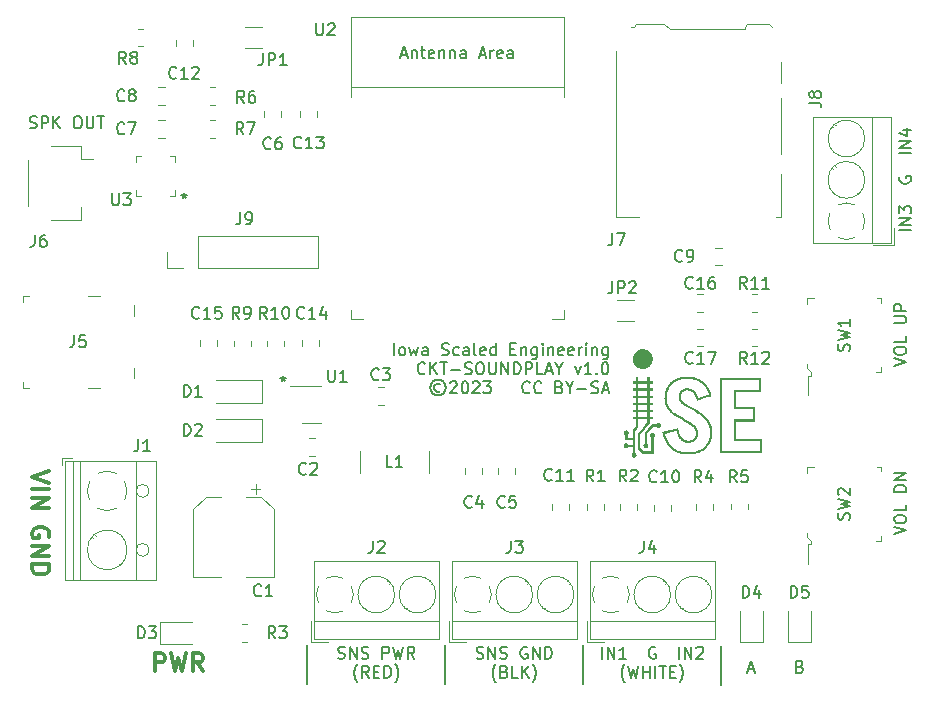
<source format=gto>
G04 #@! TF.GenerationSoftware,KiCad,Pcbnew,6.0.2+dfsg-1*
G04 #@! TF.CreationDate,2023-03-16T12:58:22-06:00*
G04 #@! TF.ProjectId,ckt-soundplay,636b742d-736f-4756-9e64-706c61792e6b,rev?*
G04 #@! TF.SameCoordinates,Original*
G04 #@! TF.FileFunction,Legend,Top*
G04 #@! TF.FilePolarity,Positive*
%FSLAX46Y46*%
G04 Gerber Fmt 4.6, Leading zero omitted, Abs format (unit mm)*
G04 Created by KiCad (PCBNEW 6.0.2+dfsg-1) date 2023-03-16 12:58:22*
%MOMM*%
%LPD*%
G01*
G04 APERTURE LIST*
%ADD10C,0.000000*%
%ADD11C,0.150000*%
%ADD12C,0.300000*%
%ADD13C,0.120000*%
%ADD14C,0.100000*%
G04 APERTURE END LIST*
D10*
G36*
X79417105Y-169295896D02*
G01*
X79431972Y-169297665D01*
X79446755Y-169300334D01*
X79461342Y-169303877D01*
X79475624Y-169308262D01*
X79489489Y-169313462D01*
X79502827Y-169319448D01*
X79515527Y-169326190D01*
X79527479Y-169333659D01*
X79538572Y-169341828D01*
X79543761Y-169346165D01*
X79548695Y-169350666D01*
X79553359Y-169355327D01*
X79557739Y-169360145D01*
X79566489Y-169370690D01*
X79574489Y-169381536D01*
X79581744Y-169392653D01*
X79588258Y-169404012D01*
X79594038Y-169415582D01*
X79599090Y-169427333D01*
X79603418Y-169439236D01*
X79607028Y-169451261D01*
X79609927Y-169463377D01*
X79612119Y-169475556D01*
X79613610Y-169487767D01*
X79614405Y-169499981D01*
X79614511Y-169512167D01*
X79613932Y-169524296D01*
X79612674Y-169536338D01*
X79610744Y-169548263D01*
X79608145Y-169560042D01*
X79604885Y-169571643D01*
X79600968Y-169583039D01*
X79596400Y-169594198D01*
X79591186Y-169605090D01*
X79585333Y-169615687D01*
X79578845Y-169625958D01*
X79571729Y-169635874D01*
X79563989Y-169645403D01*
X79555632Y-169654518D01*
X79546662Y-169663187D01*
X79537086Y-169671381D01*
X79526909Y-169679071D01*
X79516137Y-169686225D01*
X79504774Y-169692815D01*
X79492828Y-169698811D01*
X79482893Y-169703028D01*
X79472452Y-169706683D01*
X79461577Y-169709775D01*
X79450340Y-169712305D01*
X79438814Y-169714273D01*
X79427070Y-169715679D01*
X79415182Y-169716522D01*
X79403222Y-169716803D01*
X79391262Y-169716522D01*
X79379374Y-169715679D01*
X79367630Y-169714273D01*
X79356104Y-169712305D01*
X79344867Y-169709775D01*
X79333992Y-169706683D01*
X79323551Y-169703028D01*
X79313617Y-169698811D01*
X79306982Y-169695365D01*
X79299861Y-169691184D01*
X79292381Y-169686376D01*
X79284667Y-169681051D01*
X79276845Y-169675317D01*
X79269042Y-169669282D01*
X79261384Y-169663054D01*
X79253997Y-169656743D01*
X79247007Y-169650456D01*
X79240539Y-169644303D01*
X79234721Y-169638392D01*
X79229677Y-169632831D01*
X79225535Y-169627729D01*
X79223842Y-169625384D01*
X79222421Y-169623195D01*
X79221288Y-169621174D01*
X79220459Y-169619336D01*
X79219951Y-169617694D01*
X79219778Y-169616262D01*
X79219054Y-169615609D01*
X79216929Y-169614976D01*
X79208764Y-169613781D01*
X79195853Y-169612702D01*
X79178767Y-169611764D01*
X79158076Y-169610991D01*
X79134350Y-169610408D01*
X79080078Y-169609912D01*
X78940378Y-169609912D01*
X78684967Y-169932350D01*
X78429556Y-170255495D01*
X78429556Y-171047128D01*
X78447900Y-171057006D01*
X78453711Y-171060458D01*
X78459728Y-171064680D01*
X78465891Y-171069599D01*
X78472142Y-171075141D01*
X78478423Y-171081233D01*
X78484673Y-171087801D01*
X78490834Y-171094772D01*
X78496848Y-171102073D01*
X78502655Y-171109631D01*
X78508196Y-171117371D01*
X78513413Y-171125221D01*
X78518246Y-171133107D01*
X78522637Y-171140955D01*
X78526527Y-171148693D01*
X78529856Y-171156248D01*
X78532567Y-171163544D01*
X78535478Y-171173672D01*
X78537867Y-171184405D01*
X78539738Y-171195639D01*
X78541099Y-171207267D01*
X78541956Y-171219185D01*
X78542315Y-171231286D01*
X78542182Y-171243467D01*
X78541563Y-171255620D01*
X78540464Y-171267641D01*
X78538892Y-171279424D01*
X78536853Y-171290864D01*
X78534353Y-171301856D01*
X78531398Y-171312293D01*
X78527994Y-171322072D01*
X78524149Y-171331085D01*
X78519867Y-171339228D01*
X78511698Y-171352184D01*
X78503067Y-171364326D01*
X78493975Y-171375652D01*
X78484424Y-171386158D01*
X78474413Y-171395842D01*
X78463945Y-171404700D01*
X78453019Y-171412729D01*
X78441638Y-171419926D01*
X78429802Y-171426288D01*
X78417513Y-171431812D01*
X78404771Y-171436494D01*
X78391577Y-171440332D01*
X78377932Y-171443323D01*
X78363838Y-171445463D01*
X78349296Y-171446749D01*
X78334305Y-171447178D01*
X78323021Y-171446916D01*
X78311930Y-171446135D01*
X78301042Y-171444847D01*
X78290369Y-171443062D01*
X78279923Y-171440793D01*
X78269713Y-171438049D01*
X78259750Y-171434842D01*
X78250047Y-171431182D01*
X78240613Y-171427081D01*
X78231460Y-171422550D01*
X78222599Y-171417600D01*
X78214040Y-171412241D01*
X78205795Y-171406485D01*
X78197875Y-171400342D01*
X78190290Y-171393824D01*
X78183052Y-171386941D01*
X78176172Y-171379705D01*
X78169660Y-171372127D01*
X78163527Y-171364217D01*
X78157786Y-171355986D01*
X78152446Y-171347446D01*
X78147518Y-171338608D01*
X78143014Y-171329482D01*
X78138944Y-171320079D01*
X78135320Y-171310410D01*
X78132152Y-171300487D01*
X78129451Y-171290321D01*
X78127229Y-171279921D01*
X78125496Y-171269300D01*
X78124264Y-171258469D01*
X78123543Y-171247437D01*
X78123344Y-171236217D01*
X78123618Y-171223962D01*
X78124441Y-171212060D01*
X78125819Y-171200501D01*
X78127754Y-171189275D01*
X78130252Y-171178372D01*
X78133316Y-171167781D01*
X78136951Y-171157491D01*
X78141160Y-171147493D01*
X78145948Y-171137777D01*
X78151319Y-171128330D01*
X78157277Y-171119145D01*
X78163826Y-171110209D01*
X78170970Y-171101514D01*
X78178714Y-171093047D01*
X78187062Y-171084800D01*
X78196017Y-171076762D01*
X78232000Y-171045717D01*
X78232000Y-170180000D01*
X78537506Y-169793356D01*
X78842305Y-169406006D01*
X79029278Y-169405300D01*
X79216250Y-169404595D01*
X79235300Y-169377078D01*
X79239885Y-169370789D01*
X79244891Y-169364632D01*
X79250294Y-169358623D01*
X79256070Y-169352781D01*
X79262192Y-169347119D01*
X79268637Y-169341657D01*
X79275380Y-169336409D01*
X79282396Y-169331393D01*
X79289659Y-169326625D01*
X79297146Y-169322122D01*
X79304831Y-169317900D01*
X79312690Y-169313975D01*
X79320698Y-169310365D01*
X79328830Y-169307085D01*
X79337061Y-169304153D01*
X79345367Y-169301584D01*
X79352117Y-169299866D01*
X79358999Y-169298412D01*
X79373100Y-169296287D01*
X79387558Y-169295178D01*
X79402263Y-169295057D01*
X79417105Y-169295896D01*
G37*
G36*
X77230111Y-168396356D02*
G01*
X77230111Y-168170578D01*
X77484111Y-168170578D01*
X77681667Y-168170578D01*
X78450722Y-168170578D01*
X78450722Y-167796634D01*
X77681667Y-167796634D01*
X77681667Y-168170578D01*
X77484111Y-168170578D01*
X77484111Y-167796634D01*
X77230111Y-167796634D01*
X77230111Y-167570856D01*
X77484111Y-167570856D01*
X77681667Y-167570856D01*
X78450722Y-167570856D01*
X78450722Y-167196912D01*
X77681667Y-167196912D01*
X77681667Y-167570856D01*
X77484111Y-167570856D01*
X77484111Y-167196912D01*
X77230111Y-167196912D01*
X77230111Y-166978189D01*
X77484111Y-166978189D01*
X77681667Y-166978189D01*
X78450722Y-166978189D01*
X78450722Y-166604245D01*
X77681667Y-166604245D01*
X77681667Y-166978189D01*
X77484111Y-166978189D01*
X77484111Y-166604245D01*
X77230111Y-166604245D01*
X77230111Y-166378467D01*
X77484111Y-166378467D01*
X77681667Y-166378467D01*
X78450722Y-166378467D01*
X78450722Y-166004523D01*
X77681667Y-166004523D01*
X77681667Y-166378467D01*
X77484111Y-166378467D01*
X77484111Y-166004523D01*
X77230111Y-166004523D01*
X77230111Y-165785801D01*
X77484111Y-165785801D01*
X77484111Y-165433023D01*
X77681667Y-165433023D01*
X77681667Y-165785801D01*
X78450722Y-165785801D01*
X78450722Y-165433023D01*
X78648278Y-165433023D01*
X78648278Y-165785801D01*
X78902278Y-165785801D01*
X78902278Y-166004523D01*
X78648278Y-166004523D01*
X78648278Y-166378467D01*
X78902278Y-166378467D01*
X78902278Y-166604245D01*
X78648278Y-166604245D01*
X78648278Y-166978189D01*
X78902278Y-166978189D01*
X78902278Y-167196912D01*
X78648278Y-167196912D01*
X78648278Y-167570856D01*
X78902278Y-167570856D01*
X78902278Y-167796634D01*
X78648278Y-167796634D01*
X78648278Y-168170578D01*
X78902278Y-168170578D01*
X78902278Y-168396356D01*
X78648278Y-168396356D01*
X78648278Y-168763245D01*
X78902278Y-168763245D01*
X78902278Y-168996079D01*
X78648278Y-168996079D01*
X78648278Y-169324867D01*
X78256694Y-169819461D01*
X77865111Y-170314761D01*
X77865111Y-171426717D01*
X78136750Y-171698356D01*
X78803500Y-171698356D01*
X78803500Y-171113450D01*
X78803472Y-170923183D01*
X78803407Y-170845850D01*
X78803279Y-170779293D01*
X78803186Y-170749800D01*
X78803069Y-170722695D01*
X78802927Y-170697875D01*
X78802756Y-170675238D01*
X78802554Y-170654683D01*
X78802318Y-170636106D01*
X78802047Y-170619406D01*
X78801736Y-170604480D01*
X78801384Y-170591227D01*
X78800988Y-170579543D01*
X78800546Y-170569328D01*
X78800307Y-170564738D01*
X78800055Y-170560478D01*
X78799790Y-170556533D01*
X78799512Y-170552892D01*
X78799220Y-170549540D01*
X78798914Y-170546467D01*
X78798595Y-170543658D01*
X78798260Y-170541101D01*
X78797911Y-170538783D01*
X78797547Y-170536692D01*
X78797167Y-170534814D01*
X78796771Y-170533137D01*
X78796359Y-170531649D01*
X78795931Y-170530336D01*
X78795486Y-170529185D01*
X78795024Y-170528184D01*
X78794544Y-170527321D01*
X78794047Y-170526581D01*
X78793531Y-170525953D01*
X78792997Y-170525424D01*
X78792444Y-170524981D01*
X78791873Y-170524610D01*
X78791282Y-170524301D01*
X78790671Y-170524039D01*
X78789389Y-170523606D01*
X78787059Y-170522714D01*
X78784577Y-170521502D01*
X78779202Y-170518181D01*
X78773365Y-170513766D01*
X78767164Y-170508381D01*
X78760698Y-170502149D01*
X78754067Y-170495192D01*
X78747370Y-170487634D01*
X78740706Y-170479597D01*
X78734174Y-170471204D01*
X78727873Y-170462579D01*
X78721904Y-170453845D01*
X78716364Y-170445124D01*
X78711353Y-170436539D01*
X78706971Y-170428214D01*
X78703317Y-170420271D01*
X78700489Y-170412834D01*
X78697462Y-170402684D01*
X78694990Y-170392121D01*
X78693069Y-170381213D01*
X78691691Y-170370027D01*
X78690851Y-170358630D01*
X78690542Y-170347089D01*
X78690758Y-170335472D01*
X78691493Y-170323846D01*
X78692740Y-170312277D01*
X78694494Y-170300834D01*
X78696748Y-170289583D01*
X78699497Y-170278591D01*
X78702733Y-170267926D01*
X78706450Y-170257654D01*
X78710643Y-170247844D01*
X78715305Y-170238562D01*
X78719834Y-170230478D01*
X78724446Y-170222872D01*
X78729176Y-170215712D01*
X78734058Y-170208961D01*
X78739126Y-170202587D01*
X78744414Y-170196555D01*
X78749956Y-170190830D01*
X78755787Y-170185380D01*
X78761940Y-170180169D01*
X78768449Y-170175165D01*
X78775350Y-170170331D01*
X78782675Y-170165635D01*
X78790459Y-170161043D01*
X78798736Y-170156520D01*
X78807540Y-170152032D01*
X78816905Y-170147545D01*
X78828233Y-170142569D01*
X78833394Y-170140499D01*
X78838337Y-170138692D01*
X78843147Y-170137138D01*
X78847911Y-170135824D01*
X78852717Y-170134740D01*
X78857651Y-170133875D01*
X78862800Y-170133215D01*
X78868251Y-170132751D01*
X78874091Y-170132472D01*
X78880406Y-170132364D01*
X78887283Y-170132418D01*
X78894809Y-170132622D01*
X78912155Y-170133433D01*
X78924212Y-170134231D01*
X78935549Y-170135316D01*
X78946225Y-170136711D01*
X78956297Y-170138438D01*
X78965823Y-170140522D01*
X78974862Y-170142983D01*
X78983470Y-170145846D01*
X78991707Y-170149132D01*
X78999629Y-170152865D01*
X79007295Y-170157067D01*
X79014763Y-170161761D01*
X79022090Y-170166970D01*
X79029334Y-170172716D01*
X79036554Y-170179022D01*
X79043806Y-170185911D01*
X79051150Y-170193406D01*
X79059016Y-170201898D01*
X79066226Y-170210216D01*
X79072798Y-170218417D01*
X79078755Y-170226556D01*
X79084116Y-170234691D01*
X79088903Y-170242879D01*
X79093135Y-170251176D01*
X79096835Y-170259640D01*
X79100021Y-170268327D01*
X79102716Y-170277294D01*
X79104940Y-170286598D01*
X79106712Y-170296296D01*
X79108055Y-170306444D01*
X79108989Y-170317100D01*
X79109534Y-170328320D01*
X79109711Y-170340161D01*
X79109561Y-170353674D01*
X79108843Y-170366701D01*
X79107550Y-170379255D01*
X79105676Y-170391347D01*
X79103215Y-170402989D01*
X79100161Y-170414191D01*
X79096508Y-170424966D01*
X79092248Y-170435324D01*
X79087377Y-170445276D01*
X79084711Y-170450104D01*
X79081888Y-170454835D01*
X79078910Y-170459471D01*
X79075775Y-170464012D01*
X79069031Y-170472817D01*
X79061651Y-170481263D01*
X79053628Y-170489361D01*
X79044955Y-170497121D01*
X79035628Y-170504556D01*
X79001761Y-170530662D01*
X79001761Y-171212933D01*
X79001055Y-171895911D01*
X78052083Y-171895911D01*
X77860172Y-171704001D01*
X77667556Y-171511384D01*
X77667556Y-170238562D01*
X78059139Y-169743262D01*
X78450722Y-169248667D01*
X78450722Y-168996079D01*
X77681667Y-168996079D01*
X77681667Y-169318517D01*
X77680961Y-169641661D01*
X77554667Y-169800411D01*
X77428372Y-169959161D01*
X77427667Y-170904606D01*
X77427667Y-171850050D01*
X77462944Y-171880390D01*
X77472489Y-171888862D01*
X77481290Y-171897371D01*
X77489366Y-171905952D01*
X77496734Y-171914642D01*
X77503411Y-171923476D01*
X77509416Y-171932491D01*
X77514765Y-171941724D01*
X77519477Y-171951209D01*
X77523569Y-171960984D01*
X77527058Y-171971085D01*
X77529962Y-171981547D01*
X77532298Y-171992407D01*
X77534085Y-172003701D01*
X77535340Y-172015466D01*
X77536080Y-172027737D01*
X77536322Y-172040550D01*
X77536401Y-172057089D01*
X77536277Y-172064385D01*
X77536025Y-172071132D01*
X77535627Y-172077408D01*
X77535070Y-172083289D01*
X77534336Y-172088852D01*
X77533412Y-172094173D01*
X77532281Y-172099328D01*
X77530927Y-172104395D01*
X77529336Y-172109449D01*
X77527492Y-172114567D01*
X77525379Y-172119826D01*
X77522981Y-172125302D01*
X77520284Y-172131071D01*
X77517272Y-172137211D01*
X77509948Y-172150943D01*
X77502001Y-172163826D01*
X77493438Y-172175854D01*
X77484265Y-172187019D01*
X77474489Y-172197316D01*
X77464116Y-172206739D01*
X77453151Y-172215281D01*
X77441601Y-172222936D01*
X77429473Y-172229699D01*
X77416772Y-172235562D01*
X77403505Y-172240520D01*
X77389677Y-172244566D01*
X77375295Y-172247695D01*
X77360366Y-172249899D01*
X77344895Y-172251173D01*
X77328889Y-172251511D01*
X77316301Y-172251278D01*
X77304183Y-172250569D01*
X77292513Y-172249372D01*
X77281264Y-172247675D01*
X77270412Y-172245465D01*
X77259932Y-172242730D01*
X77249799Y-172239458D01*
X77239989Y-172235636D01*
X77230476Y-172231252D01*
X77221237Y-172226293D01*
X77212245Y-172220747D01*
X77203476Y-172214602D01*
X77194906Y-172207845D01*
X77186510Y-172200463D01*
X77178262Y-172192445D01*
X77170139Y-172183778D01*
X77162770Y-172175190D01*
X77156003Y-172166600D01*
X77149827Y-172157972D01*
X77144232Y-172149272D01*
X77139207Y-172140465D01*
X77134743Y-172131515D01*
X77130828Y-172122387D01*
X77127453Y-172113046D01*
X77124607Y-172103458D01*
X77122280Y-172093586D01*
X77120461Y-172083395D01*
X77119141Y-172072852D01*
X77118308Y-172061919D01*
X77117953Y-172050563D01*
X77118065Y-172038748D01*
X77118633Y-172026439D01*
X77119691Y-172014550D01*
X77121275Y-172002963D01*
X77123382Y-171991682D01*
X77126009Y-171980711D01*
X77129152Y-171970053D01*
X77132809Y-171959715D01*
X77136977Y-171949698D01*
X77141652Y-171940009D01*
X77146832Y-171930650D01*
X77152512Y-171921626D01*
X77158691Y-171912940D01*
X77165365Y-171904599D01*
X77172531Y-171896604D01*
X77180186Y-171888961D01*
X77188327Y-171881673D01*
X77196950Y-171874745D01*
X77230111Y-171850050D01*
X77230111Y-171338522D01*
X76866750Y-171338522D01*
X76835706Y-171374506D01*
X76826001Y-171385129D01*
X76815830Y-171394911D01*
X76805231Y-171403856D01*
X76794242Y-171411971D01*
X76782901Y-171419260D01*
X76771246Y-171425729D01*
X76759315Y-171431384D01*
X76747147Y-171436231D01*
X76734780Y-171440275D01*
X76722251Y-171443521D01*
X76709599Y-171445975D01*
X76696861Y-171447643D01*
X76684077Y-171448530D01*
X76671284Y-171448641D01*
X76658520Y-171447983D01*
X76645823Y-171446561D01*
X76633232Y-171444380D01*
X76620784Y-171441446D01*
X76608518Y-171437765D01*
X76596471Y-171433341D01*
X76584683Y-171428182D01*
X76573190Y-171422291D01*
X76562032Y-171415675D01*
X76551245Y-171408340D01*
X76540870Y-171400290D01*
X76530942Y-171391532D01*
X76521501Y-171382070D01*
X76512585Y-171371911D01*
X76504231Y-171361060D01*
X76496478Y-171349523D01*
X76489365Y-171337305D01*
X76482928Y-171324412D01*
X76479589Y-171316813D01*
X76476583Y-171309106D01*
X76473907Y-171301301D01*
X76471559Y-171293411D01*
X76469537Y-171285447D01*
X76467837Y-171277419D01*
X76466459Y-171269340D01*
X76465399Y-171261220D01*
X76464226Y-171244906D01*
X76464300Y-171228566D01*
X76465601Y-171212293D01*
X76468111Y-171196177D01*
X76471812Y-171180309D01*
X76476685Y-171164780D01*
X76482712Y-171149681D01*
X76489873Y-171135102D01*
X76493874Y-171128037D01*
X76498151Y-171121136D01*
X76502702Y-171114411D01*
X76507526Y-171107872D01*
X76512619Y-171101532D01*
X76517980Y-171095402D01*
X76523606Y-171089494D01*
X76529495Y-171083817D01*
X76537854Y-171076447D01*
X76546032Y-171069673D01*
X76554081Y-171063477D01*
X76562049Y-171057844D01*
X76569989Y-171052756D01*
X76577950Y-171048197D01*
X76585984Y-171044151D01*
X76594141Y-171040602D01*
X76602471Y-171037531D01*
X76611026Y-171034924D01*
X76619856Y-171032763D01*
X76629011Y-171031033D01*
X76638542Y-171029715D01*
X76648501Y-171028795D01*
X76658936Y-171028254D01*
X76669900Y-171028078D01*
X76683140Y-171028264D01*
X76695649Y-171028842D01*
X76707490Y-171029836D01*
X76718727Y-171031275D01*
X76729422Y-171033185D01*
X76739638Y-171035594D01*
X76749440Y-171038527D01*
X76758888Y-171042013D01*
X76768048Y-171046077D01*
X76776981Y-171050747D01*
X76785750Y-171056049D01*
X76794420Y-171062011D01*
X76803052Y-171068659D01*
X76811710Y-171076020D01*
X76820457Y-171084121D01*
X76829356Y-171092989D01*
X76870278Y-171133911D01*
X77230111Y-171133911D01*
X77230111Y-170731745D01*
X76573945Y-170731745D01*
X76573945Y-170326051D01*
X76537961Y-170295006D01*
X76526635Y-170284668D01*
X76516213Y-170273784D01*
X76506704Y-170262388D01*
X76498119Y-170250512D01*
X76490469Y-170238189D01*
X76483763Y-170225454D01*
X76478012Y-170212337D01*
X76473226Y-170198874D01*
X76469417Y-170185096D01*
X76466593Y-170171038D01*
X76464765Y-170156731D01*
X76463944Y-170142209D01*
X76464140Y-170127505D01*
X76465363Y-170112653D01*
X76467624Y-170097685D01*
X76470933Y-170082634D01*
X76476293Y-170064457D01*
X76482823Y-170047250D01*
X76486515Y-170039019D01*
X76490486Y-170031042D01*
X76494730Y-170023321D01*
X76499244Y-170015860D01*
X76504022Y-170008662D01*
X76509060Y-170001732D01*
X76514354Y-169995072D01*
X76519898Y-169988686D01*
X76525688Y-169982578D01*
X76531719Y-169976750D01*
X76537987Y-169971208D01*
X76544488Y-169965953D01*
X76551215Y-169960989D01*
X76558165Y-169956321D01*
X76565334Y-169951951D01*
X76572715Y-169947882D01*
X76580306Y-169944120D01*
X76588100Y-169940666D01*
X76596095Y-169937524D01*
X76604283Y-169934699D01*
X76612662Y-169932192D01*
X76621227Y-169930009D01*
X76638894Y-169926625D01*
X76657248Y-169924574D01*
X76676250Y-169923884D01*
X76684148Y-169924078D01*
X76691962Y-169924525D01*
X76699690Y-169925225D01*
X76707328Y-169926173D01*
X76714870Y-169927367D01*
X76722312Y-169928806D01*
X76729652Y-169930486D01*
X76736884Y-169932406D01*
X76744004Y-169934562D01*
X76751009Y-169936952D01*
X76757893Y-169939574D01*
X76764654Y-169942425D01*
X76771286Y-169945504D01*
X76777787Y-169948806D01*
X76784150Y-169952331D01*
X76790374Y-169956075D01*
X76796452Y-169960036D01*
X76802382Y-169964212D01*
X76808159Y-169968599D01*
X76813778Y-169973197D01*
X76819237Y-169978002D01*
X76824530Y-169983011D01*
X76829653Y-169988223D01*
X76834603Y-169993635D01*
X76839375Y-169999244D01*
X76843966Y-170005048D01*
X76848370Y-170011044D01*
X76852584Y-170017231D01*
X76856604Y-170023605D01*
X76860425Y-170030164D01*
X76864044Y-170036906D01*
X76867456Y-170043828D01*
X76871077Y-170052256D01*
X76874267Y-170061346D01*
X76877026Y-170071014D01*
X76879351Y-170081179D01*
X76881242Y-170091756D01*
X76882698Y-170102665D01*
X76883718Y-170113821D01*
X76884301Y-170125143D01*
X76884445Y-170136548D01*
X76884151Y-170147953D01*
X76883416Y-170159275D01*
X76882239Y-170170431D01*
X76880621Y-170181340D01*
X76878558Y-170191918D01*
X76876052Y-170202082D01*
X76873100Y-170211751D01*
X76870460Y-170218612D01*
X76867097Y-170225895D01*
X76863098Y-170233492D01*
X76858548Y-170241296D01*
X76853535Y-170249199D01*
X76848147Y-170257093D01*
X76842468Y-170264872D01*
X76836588Y-170272428D01*
X76830591Y-170279653D01*
X76824566Y-170286440D01*
X76818598Y-170292681D01*
X76812775Y-170298269D01*
X76807184Y-170303096D01*
X76801911Y-170307055D01*
X76799421Y-170308676D01*
X76797043Y-170310039D01*
X76794788Y-170311131D01*
X76792667Y-170311939D01*
X76790299Y-170312789D01*
X76788212Y-170313840D01*
X76786387Y-170315227D01*
X76784806Y-170317088D01*
X76783454Y-170319555D01*
X76782311Y-170322766D01*
X76781360Y-170326856D01*
X76780584Y-170331959D01*
X76779965Y-170338212D01*
X76779486Y-170345749D01*
X76778875Y-170365220D01*
X76778612Y-170391453D01*
X76778556Y-170425534D01*
X76778556Y-170534190D01*
X77230111Y-170534190D01*
X77230111Y-169883667D01*
X77357111Y-169724212D01*
X77484111Y-169564050D01*
X77484111Y-168996079D01*
X77230111Y-168996079D01*
X77230111Y-168763245D01*
X77484111Y-168763245D01*
X77681667Y-168763245D01*
X78450722Y-168763245D01*
X78450722Y-168396356D01*
X77681667Y-168396356D01*
X77681667Y-168763245D01*
X77484111Y-168763245D01*
X77484111Y-168396356D01*
X77230111Y-168396356D01*
G37*
G36*
X79726664Y-170116588D02*
G01*
X79721256Y-170092429D01*
X79717854Y-170073665D01*
X79716666Y-170060995D01*
X79716967Y-170057163D01*
X79717900Y-170055117D01*
X79932135Y-170006356D01*
X80396203Y-169906333D01*
X80859610Y-169808558D01*
X81071861Y-169766544D01*
X81072771Y-169768957D01*
X81074375Y-169774868D01*
X81079269Y-169795561D01*
X81085752Y-169825381D01*
X81093028Y-169861089D01*
X81109658Y-169939340D01*
X81128574Y-170014520D01*
X81149745Y-170086582D01*
X81173141Y-170155482D01*
X81198733Y-170221174D01*
X81226489Y-170283612D01*
X81256381Y-170342752D01*
X81288378Y-170398546D01*
X81305157Y-170425175D01*
X81322451Y-170450951D01*
X81340256Y-170475868D01*
X81358569Y-170499920D01*
X81377385Y-170523102D01*
X81396702Y-170545409D01*
X81416515Y-170566833D01*
X81436821Y-170587370D01*
X81457615Y-170607015D01*
X81478895Y-170625760D01*
X81500656Y-170643602D01*
X81522894Y-170660533D01*
X81545607Y-170676549D01*
X81568789Y-170691643D01*
X81592438Y-170705810D01*
X81616550Y-170719044D01*
X81647341Y-170734374D01*
X81678327Y-170748083D01*
X81709509Y-170760171D01*
X81740882Y-170770638D01*
X81772446Y-170779486D01*
X81804197Y-170786712D01*
X81836135Y-170792318D01*
X81868257Y-170796303D01*
X81900560Y-170798668D01*
X81933044Y-170799412D01*
X81965705Y-170798536D01*
X81998542Y-170796039D01*
X82031553Y-170791921D01*
X82064735Y-170786183D01*
X82098086Y-170778824D01*
X82131606Y-170769845D01*
X82180995Y-170753402D01*
X82227775Y-170733516D01*
X82271865Y-170710300D01*
X82313187Y-170683866D01*
X82351660Y-170654328D01*
X82387205Y-170621798D01*
X82419743Y-170586389D01*
X82449194Y-170548212D01*
X82475477Y-170507382D01*
X82498515Y-170464010D01*
X82518227Y-170418209D01*
X82534533Y-170370092D01*
X82547354Y-170319772D01*
X82556610Y-170267361D01*
X82562223Y-170212972D01*
X82564111Y-170156717D01*
X82563511Y-170125642D01*
X82561695Y-170095339D01*
X82558637Y-170065740D01*
X82554310Y-170036773D01*
X82548690Y-170008368D01*
X82541750Y-169980455D01*
X82533464Y-169952964D01*
X82523806Y-169925824D01*
X82512751Y-169898965D01*
X82500273Y-169872318D01*
X82486346Y-169845810D01*
X82470944Y-169819373D01*
X82454042Y-169792936D01*
X82435613Y-169766429D01*
X82415632Y-169739781D01*
X82394072Y-169712922D01*
X82365008Y-169679032D01*
X82334370Y-169645925D01*
X82301656Y-169613260D01*
X82266366Y-169580697D01*
X82228001Y-169547894D01*
X82186060Y-169514510D01*
X82140042Y-169480204D01*
X82089448Y-169444635D01*
X81972530Y-169368344D01*
X81831303Y-169282909D01*
X81661766Y-169185600D01*
X81459917Y-169073690D01*
X81296747Y-168983533D01*
X81156274Y-168904224D01*
X81035000Y-168833580D01*
X80929427Y-168769419D01*
X80836058Y-168709557D01*
X80751396Y-168651811D01*
X80671942Y-168594000D01*
X80594200Y-168533939D01*
X80553023Y-168499867D01*
X80507935Y-168460198D01*
X80460714Y-168416675D01*
X80413137Y-168371044D01*
X80366982Y-168325050D01*
X80324027Y-168280436D01*
X80286050Y-168238947D01*
X80269483Y-168219920D01*
X80254828Y-168202329D01*
X80209598Y-168143823D01*
X80167562Y-168084425D01*
X80128705Y-168024087D01*
X80093013Y-167962759D01*
X80060471Y-167900394D01*
X80031065Y-167836943D01*
X80004780Y-167772357D01*
X79981601Y-167706587D01*
X79961515Y-167639586D01*
X79944507Y-167571304D01*
X79930563Y-167501693D01*
X79919667Y-167430704D01*
X79911805Y-167358289D01*
X79906964Y-167284399D01*
X79905128Y-167208986D01*
X79906283Y-167132001D01*
X79910600Y-167046506D01*
X79917466Y-166963053D01*
X79926885Y-166881634D01*
X79938860Y-166802241D01*
X79953394Y-166724866D01*
X79970490Y-166649500D01*
X79990152Y-166576134D01*
X80012381Y-166504762D01*
X80037182Y-166435373D01*
X80064558Y-166367961D01*
X80094511Y-166302517D01*
X80127045Y-166239032D01*
X80162163Y-166177498D01*
X80199867Y-166117908D01*
X80240162Y-166060252D01*
X80283050Y-166004523D01*
X80294617Y-165990656D01*
X80307751Y-165975642D01*
X80337918Y-165942941D01*
X80371938Y-165907958D01*
X80408198Y-165872231D01*
X80445087Y-165837298D01*
X80480992Y-165804696D01*
X80514300Y-165775964D01*
X80529477Y-165763530D01*
X80543400Y-165752640D01*
X80596244Y-165714831D01*
X80651035Y-165678937D01*
X80707733Y-165644969D01*
X80766301Y-165612940D01*
X80826700Y-165582862D01*
X80888892Y-165554748D01*
X80952839Y-165528610D01*
X81018503Y-165504461D01*
X81085846Y-165482312D01*
X81154829Y-165462177D01*
X81225413Y-165444067D01*
X81297562Y-165427996D01*
X81371235Y-165413975D01*
X81446397Y-165402017D01*
X81523007Y-165392134D01*
X81601028Y-165384340D01*
X81648402Y-165381531D01*
X81710014Y-165379467D01*
X81780986Y-165378163D01*
X81856439Y-165377637D01*
X81931495Y-165377904D01*
X82001276Y-165378982D01*
X82060904Y-165380886D01*
X82105500Y-165383634D01*
X82261135Y-165402892D01*
X82411213Y-165431730D01*
X82484111Y-165449698D01*
X82555551Y-165470007D01*
X82625511Y-165492640D01*
X82693966Y-165517579D01*
X82760895Y-165544807D01*
X82826275Y-165574305D01*
X82890082Y-165606055D01*
X82952295Y-165640040D01*
X83012889Y-165676242D01*
X83071842Y-165714643D01*
X83129132Y-165755226D01*
X83184735Y-165797972D01*
X83238629Y-165842863D01*
X83290790Y-165889882D01*
X83341196Y-165939011D01*
X83389825Y-165990233D01*
X83436652Y-166043528D01*
X83481655Y-166098880D01*
X83524812Y-166156271D01*
X83566099Y-166215682D01*
X83605494Y-166277097D01*
X83642973Y-166340497D01*
X83678515Y-166405863D01*
X83712095Y-166473180D01*
X83743692Y-166542428D01*
X83773282Y-166613590D01*
X83826350Y-166761584D01*
X83837717Y-166797770D01*
X83849688Y-166838478D01*
X83861610Y-166881155D01*
X83872828Y-166923244D01*
X83882691Y-166962192D01*
X83890544Y-166995442D01*
X83895735Y-167020441D01*
X83897128Y-167029048D01*
X83897611Y-167034634D01*
X83895840Y-167036548D01*
X83890357Y-167039432D01*
X83867228Y-167048414D01*
X83765143Y-167081377D01*
X83574952Y-167138417D01*
X83280250Y-167224428D01*
X83040074Y-167293859D01*
X82843158Y-167350193D01*
X82709742Y-167387742D01*
X82673172Y-167397694D01*
X82660067Y-167400817D01*
X82658868Y-167398339D01*
X82656429Y-167392240D01*
X82648425Y-167370831D01*
X82637246Y-167339897D01*
X82624083Y-167302745D01*
X82593469Y-167219228D01*
X82562164Y-167141122D01*
X82530087Y-167068330D01*
X82497160Y-167000756D01*
X82463303Y-166938305D01*
X82428436Y-166880879D01*
X82410599Y-166854021D01*
X82392480Y-166828384D01*
X82374068Y-166803955D01*
X82355355Y-166780722D01*
X82336329Y-166758674D01*
X82316981Y-166737798D01*
X82297301Y-166718083D01*
X82277279Y-166699516D01*
X82256905Y-166682085D01*
X82236170Y-166665779D01*
X82215062Y-166650585D01*
X82193573Y-166636491D01*
X82171692Y-166623486D01*
X82149409Y-166611557D01*
X82126715Y-166600692D01*
X82103600Y-166590879D01*
X82080052Y-166582107D01*
X82056064Y-166574363D01*
X82031624Y-166567635D01*
X82006722Y-166561912D01*
X81990067Y-166558671D01*
X81972234Y-166555828D01*
X81953403Y-166553383D01*
X81933752Y-166551339D01*
X81892707Y-166548455D01*
X81850530Y-166547183D01*
X81808650Y-166547532D01*
X81768498Y-166549510D01*
X81749517Y-166551112D01*
X81731505Y-166553124D01*
X81714639Y-166555548D01*
X81699100Y-166558384D01*
X81653607Y-166569482D01*
X81610784Y-166583201D01*
X81570624Y-166599552D01*
X81533118Y-166618544D01*
X81515358Y-166629033D01*
X81498258Y-166640185D01*
X81481817Y-166652003D01*
X81466035Y-166664486D01*
X81450910Y-166677636D01*
X81436442Y-166691455D01*
X81422628Y-166705944D01*
X81409469Y-166721103D01*
X81396963Y-166736933D01*
X81385110Y-166753437D01*
X81373907Y-166770615D01*
X81363355Y-166788468D01*
X81344196Y-166826205D01*
X81327625Y-166866657D01*
X81313634Y-166909833D01*
X81302214Y-166955743D01*
X81293357Y-167004395D01*
X81287055Y-167055801D01*
X81285239Y-167077255D01*
X81284033Y-167097756D01*
X81283454Y-167117394D01*
X81283517Y-167136256D01*
X81284237Y-167154432D01*
X81285629Y-167172010D01*
X81287710Y-167189081D01*
X81290495Y-167205731D01*
X81293999Y-167222051D01*
X81298238Y-167238129D01*
X81303228Y-167254054D01*
X81308983Y-167269915D01*
X81315520Y-167285800D01*
X81322853Y-167301800D01*
X81330999Y-167318002D01*
X81339972Y-167334495D01*
X81351343Y-167353720D01*
X81364030Y-167373039D01*
X81378044Y-167392461D01*
X81393396Y-167411996D01*
X81410096Y-167431655D01*
X81428153Y-167451449D01*
X81447579Y-167471388D01*
X81468383Y-167491481D01*
X81490577Y-167511740D01*
X81514170Y-167532175D01*
X81539173Y-167552795D01*
X81565596Y-167573612D01*
X81593449Y-167594636D01*
X81622743Y-167615877D01*
X81653488Y-167637345D01*
X81685694Y-167659051D01*
X81731193Y-167688749D01*
X81776898Y-167717512D01*
X81825531Y-167746921D01*
X81879810Y-167778554D01*
X82016192Y-167854809D01*
X82207805Y-167958912D01*
X82338874Y-168029675D01*
X82451487Y-168091237D01*
X82548622Y-168145307D01*
X82633256Y-168193597D01*
X82708364Y-168237820D01*
X82776924Y-168279686D01*
X82841912Y-168320907D01*
X82906305Y-168363195D01*
X83028395Y-168448220D01*
X83142323Y-168534603D01*
X83248196Y-168622512D01*
X83346120Y-168712114D01*
X83436202Y-168803576D01*
X83518547Y-168897066D01*
X83593263Y-168992751D01*
X83660456Y-169090799D01*
X83720233Y-169191377D01*
X83772699Y-169294652D01*
X83817961Y-169400793D01*
X83856127Y-169509965D01*
X83887301Y-169622338D01*
X83911591Y-169738077D01*
X83929103Y-169857352D01*
X83939944Y-169980328D01*
X83942968Y-170055908D01*
X83943097Y-170133853D01*
X83940416Y-170213220D01*
X83935005Y-170293066D01*
X83926949Y-170372449D01*
X83916330Y-170450427D01*
X83903230Y-170526056D01*
X83887733Y-170598395D01*
X83851634Y-170729673D01*
X83806707Y-170855369D01*
X83753152Y-170975305D01*
X83691170Y-171089307D01*
X83620960Y-171197199D01*
X83542725Y-171298805D01*
X83456663Y-171393949D01*
X83362976Y-171482456D01*
X83261864Y-171564150D01*
X83153528Y-171638855D01*
X83038168Y-171706396D01*
X82915985Y-171766596D01*
X82787179Y-171819281D01*
X82651950Y-171864274D01*
X82510499Y-171901400D01*
X82363028Y-171930483D01*
X82256774Y-171945822D01*
X82147469Y-171957416D01*
X82036561Y-171965223D01*
X81925495Y-171969201D01*
X81815719Y-171969310D01*
X81708680Y-171965508D01*
X81605825Y-171957754D01*
X81556418Y-171952382D01*
X81508600Y-171946006D01*
X81393831Y-171926122D01*
X81282368Y-171900874D01*
X81174224Y-171870269D01*
X81069414Y-171834319D01*
X80967953Y-171793031D01*
X80869855Y-171746415D01*
X80775134Y-171694481D01*
X80683806Y-171637237D01*
X80595884Y-171574694D01*
X80511383Y-171506859D01*
X80430317Y-171433744D01*
X80352702Y-171355357D01*
X80278550Y-171271706D01*
X80207878Y-171182803D01*
X80140699Y-171088655D01*
X80077028Y-170989273D01*
X80053448Y-170948698D01*
X80026900Y-170900020D01*
X79998583Y-170845653D01*
X79969695Y-170788013D01*
X79941436Y-170729512D01*
X79915003Y-170672566D01*
X79891597Y-170619589D01*
X79872416Y-170572995D01*
X79845375Y-170501199D01*
X79817218Y-170420242D01*
X79789606Y-170335713D01*
X79764202Y-170253202D01*
X79749341Y-170201512D01*
X79945560Y-170201512D01*
X79945794Y-170204959D01*
X79946491Y-170209291D01*
X79947666Y-170214629D01*
X79949332Y-170221093D01*
X79951505Y-170228805D01*
X79957428Y-170248454D01*
X79965550Y-170274545D01*
X79983892Y-170331130D01*
X80003179Y-170387071D01*
X80023379Y-170442303D01*
X80044462Y-170496762D01*
X80066397Y-170550381D01*
X80089152Y-170603095D01*
X80112697Y-170654840D01*
X80137000Y-170705551D01*
X80162031Y-170755162D01*
X80187759Y-170803608D01*
X80214152Y-170850824D01*
X80241180Y-170896745D01*
X80268811Y-170941307D01*
X80297015Y-170984442D01*
X80325761Y-171026088D01*
X80355017Y-171066178D01*
X80416255Y-171143703D01*
X80480129Y-171216745D01*
X80546661Y-171285318D01*
X80615874Y-171349437D01*
X80687791Y-171409115D01*
X80762434Y-171464368D01*
X80839826Y-171515209D01*
X80919990Y-171561655D01*
X81002949Y-171603717D01*
X81088726Y-171641413D01*
X81177342Y-171674755D01*
X81268821Y-171703758D01*
X81363186Y-171728437D01*
X81460460Y-171748806D01*
X81560664Y-171764880D01*
X81663822Y-171776672D01*
X81719564Y-171780262D01*
X81787361Y-171782107D01*
X81863326Y-171782315D01*
X81943575Y-171780994D01*
X82024221Y-171778250D01*
X82101377Y-171774192D01*
X82171158Y-171768926D01*
X82229678Y-171762561D01*
X82312312Y-171750192D01*
X82392736Y-171735571D01*
X82470956Y-171718697D01*
X82546979Y-171699568D01*
X82620811Y-171678182D01*
X82692459Y-171654537D01*
X82761927Y-171628630D01*
X82829223Y-171600460D01*
X82894353Y-171570024D01*
X82957323Y-171537321D01*
X83018139Y-171502348D01*
X83076807Y-171465104D01*
X83133334Y-171425585D01*
X83187726Y-171383791D01*
X83239988Y-171339719D01*
X83290128Y-171293367D01*
X83336104Y-171246931D01*
X83379595Y-171199131D01*
X83420631Y-171149909D01*
X83459240Y-171099207D01*
X83495452Y-171046967D01*
X83529294Y-170993131D01*
X83560797Y-170937642D01*
X83589989Y-170880441D01*
X83616898Y-170821470D01*
X83641555Y-170760673D01*
X83663987Y-170697990D01*
X83684225Y-170633364D01*
X83702296Y-170566737D01*
X83718229Y-170498052D01*
X83732054Y-170427249D01*
X83743800Y-170354273D01*
X83746373Y-170332975D01*
X83748538Y-170307089D01*
X83751671Y-170244162D01*
X83753251Y-170170718D01*
X83753325Y-170091982D01*
X83751944Y-170013181D01*
X83749158Y-169939538D01*
X83745015Y-169876281D01*
X83739566Y-169828634D01*
X83732839Y-169789887D01*
X83724507Y-169748057D01*
X83714886Y-169704424D01*
X83704289Y-169660270D01*
X83693030Y-169616877D01*
X83681425Y-169575527D01*
X83669786Y-169537500D01*
X83658428Y-169504078D01*
X83647573Y-169475718D01*
X83635683Y-169446796D01*
X83622816Y-169417411D01*
X83609028Y-169387662D01*
X83594375Y-169357648D01*
X83578916Y-169327469D01*
X83545803Y-169267012D01*
X83510144Y-169207083D01*
X83472392Y-169148478D01*
X83452874Y-169119920D01*
X83433004Y-169091990D01*
X83412838Y-169064787D01*
X83392433Y-169038411D01*
X83378645Y-169021679D01*
X83362360Y-169002908D01*
X83323564Y-168960492D01*
X83278567Y-168913644D01*
X83229891Y-168864845D01*
X83180057Y-168816575D01*
X83131587Y-168771315D01*
X83087004Y-168731545D01*
X83048828Y-168699745D01*
X82961368Y-168632533D01*
X82874478Y-168569372D01*
X82783901Y-168507633D01*
X82685379Y-168444687D01*
X82574652Y-168377904D01*
X82447463Y-168304656D01*
X82299554Y-168222313D01*
X82126667Y-168128245D01*
X81952726Y-168033519D01*
X81807634Y-167952385D01*
X81744648Y-167916099D01*
X81687363Y-167882232D01*
X81635277Y-167850457D01*
X81587887Y-167820446D01*
X81544688Y-167791875D01*
X81505178Y-167764415D01*
X81468854Y-167737741D01*
X81435211Y-167711526D01*
X81403747Y-167685443D01*
X81373959Y-167659166D01*
X81345342Y-167632368D01*
X81317394Y-167604723D01*
X81290637Y-167576989D01*
X81265892Y-167549807D01*
X81243101Y-167523064D01*
X81222210Y-167496651D01*
X81203164Y-167470458D01*
X81185905Y-167444373D01*
X81170378Y-167418286D01*
X81156528Y-167392086D01*
X81144298Y-167365663D01*
X81133633Y-167338906D01*
X81124477Y-167311705D01*
X81116774Y-167283949D01*
X81110468Y-167255527D01*
X81105504Y-167226329D01*
X81101826Y-167196244D01*
X81099378Y-167165162D01*
X81097688Y-167116308D01*
X81098661Y-167067752D01*
X81102230Y-167019662D01*
X81108330Y-166972203D01*
X81116893Y-166925543D01*
X81127854Y-166879846D01*
X81141146Y-166835280D01*
X81156704Y-166792011D01*
X81174462Y-166750206D01*
X81194352Y-166710030D01*
X81216310Y-166671651D01*
X81240268Y-166635234D01*
X81266162Y-166600947D01*
X81293924Y-166568955D01*
X81323488Y-166539425D01*
X81338926Y-166525635D01*
X81354789Y-166512523D01*
X81401371Y-166479089D01*
X81451651Y-166449709D01*
X81505177Y-166424401D01*
X81561495Y-166403184D01*
X81620152Y-166386076D01*
X81680698Y-166373096D01*
X81742677Y-166364262D01*
X81805639Y-166359594D01*
X81869129Y-166359109D01*
X81932697Y-166362827D01*
X81995888Y-166370765D01*
X82058250Y-166382943D01*
X82119330Y-166399379D01*
X82178677Y-166420092D01*
X82235836Y-166445100D01*
X82290356Y-166474423D01*
X82306199Y-166484437D01*
X82323178Y-166496362D01*
X82341103Y-166510010D01*
X82359787Y-166525190D01*
X82379041Y-166541713D01*
X82398678Y-166559391D01*
X82418509Y-166578035D01*
X82438346Y-166597454D01*
X82458001Y-166617461D01*
X82477286Y-166637865D01*
X82496014Y-166658478D01*
X82513995Y-166679111D01*
X82531041Y-166699574D01*
X82546966Y-166719679D01*
X82561579Y-166739236D01*
X82574695Y-166758056D01*
X82596765Y-166793009D01*
X82619762Y-166832095D01*
X82643156Y-166874291D01*
X82666417Y-166918570D01*
X82689017Y-166963908D01*
X82710426Y-167009278D01*
X82730115Y-167053657D01*
X82747555Y-167096018D01*
X82751891Y-167106904D01*
X82755915Y-167116829D01*
X82759645Y-167125823D01*
X82763100Y-167133919D01*
X82766298Y-167141146D01*
X82769259Y-167147537D01*
X82770657Y-167150427D01*
X82772001Y-167153121D01*
X82773296Y-167155620D01*
X82774543Y-167157930D01*
X82775744Y-167160053D01*
X82776902Y-167161995D01*
X82778020Y-167163758D01*
X82779099Y-167165346D01*
X82780141Y-167166764D01*
X82781150Y-167168016D01*
X82782127Y-167169105D01*
X82783076Y-167170034D01*
X82783997Y-167170809D01*
X82784894Y-167171433D01*
X82785768Y-167171909D01*
X82786623Y-167172242D01*
X82787460Y-167172435D01*
X82788281Y-167172493D01*
X82789090Y-167172419D01*
X82789889Y-167172217D01*
X83227333Y-167045217D01*
X83532221Y-166956582D01*
X83627681Y-166928239D01*
X83654942Y-166919884D01*
X83666189Y-166916101D01*
X83667915Y-166915252D01*
X83669379Y-166914239D01*
X83670568Y-166912980D01*
X83671469Y-166911393D01*
X83672069Y-166909397D01*
X83672353Y-166906911D01*
X83672308Y-166903851D01*
X83671921Y-166900137D01*
X83671179Y-166895688D01*
X83670068Y-166890421D01*
X83666685Y-166877108D01*
X83661665Y-166859545D01*
X83654900Y-166837078D01*
X83640288Y-166791663D01*
X83624518Y-166746478D01*
X83607627Y-166701586D01*
X83589647Y-166657051D01*
X83570613Y-166612939D01*
X83550559Y-166569312D01*
X83529519Y-166526235D01*
X83507527Y-166483771D01*
X83484617Y-166441986D01*
X83460824Y-166400943D01*
X83436181Y-166360706D01*
X83410722Y-166321339D01*
X83384483Y-166282907D01*
X83357496Y-166245473D01*
X83329795Y-166209101D01*
X83301416Y-166173856D01*
X83288878Y-166159158D01*
X83274928Y-166143487D01*
X83243495Y-166109893D01*
X83208523Y-166074414D01*
X83171418Y-166038390D01*
X83133585Y-166003159D01*
X83096430Y-165970061D01*
X83061359Y-165940436D01*
X83045044Y-165927344D01*
X83029778Y-165915623D01*
X82984291Y-165882689D01*
X82937778Y-165851355D01*
X82890222Y-165821614D01*
X82841604Y-165793462D01*
X82791907Y-165766894D01*
X82741113Y-165741903D01*
X82689205Y-165718486D01*
X82636166Y-165696636D01*
X82581977Y-165676349D01*
X82526622Y-165657620D01*
X82470082Y-165640443D01*
X82412340Y-165624813D01*
X82353378Y-165610725D01*
X82293179Y-165598174D01*
X82231726Y-165587155D01*
X82169000Y-165577662D01*
X82122793Y-165572983D01*
X82060620Y-165569074D01*
X81987615Y-165566041D01*
X81908914Y-165563992D01*
X81829651Y-165563034D01*
X81754960Y-165563275D01*
X81689976Y-165564823D01*
X81639833Y-165567784D01*
X81478796Y-165586542D01*
X81401438Y-165599164D01*
X81326199Y-165613937D01*
X81253086Y-165630854D01*
X81182111Y-165649906D01*
X81113280Y-165671087D01*
X81046604Y-165694387D01*
X80982091Y-165719800D01*
X80919751Y-165747318D01*
X80859591Y-165776933D01*
X80801621Y-165808638D01*
X80745850Y-165842423D01*
X80692287Y-165878283D01*
X80640940Y-165916209D01*
X80591819Y-165956192D01*
X80544932Y-165998227D01*
X80500289Y-166042304D01*
X80457898Y-166088416D01*
X80417768Y-166136555D01*
X80379909Y-166186714D01*
X80344328Y-166238885D01*
X80311036Y-166293060D01*
X80280040Y-166349231D01*
X80251351Y-166407390D01*
X80224976Y-166467531D01*
X80200924Y-166529644D01*
X80179205Y-166593722D01*
X80159828Y-166659758D01*
X80142801Y-166727744D01*
X80128133Y-166797672D01*
X80115833Y-166869534D01*
X80108317Y-166923473D01*
X80102172Y-166977030D01*
X80097394Y-167030140D01*
X80093983Y-167082733D01*
X80091937Y-167134743D01*
X80091252Y-167186104D01*
X80091928Y-167236747D01*
X80093961Y-167286605D01*
X80097351Y-167335612D01*
X80102094Y-167383701D01*
X80108190Y-167430803D01*
X80115635Y-167476852D01*
X80124428Y-167521781D01*
X80134567Y-167565522D01*
X80146049Y-167608008D01*
X80158872Y-167649173D01*
X80173190Y-167690035D01*
X80189378Y-167731068D01*
X80207370Y-167772178D01*
X80227102Y-167813269D01*
X80248508Y-167854250D01*
X80271523Y-167895024D01*
X80296082Y-167935499D01*
X80322120Y-167975580D01*
X80349572Y-168015174D01*
X80378373Y-168054185D01*
X80408458Y-168092520D01*
X80439761Y-168130086D01*
X80472217Y-168166787D01*
X80505762Y-168202531D01*
X80540330Y-168237222D01*
X80575856Y-168270767D01*
X80659927Y-168344699D01*
X80746909Y-168415208D01*
X80840571Y-168484757D01*
X80944685Y-168555811D01*
X81063020Y-168630835D01*
X81199346Y-168712291D01*
X81357435Y-168802643D01*
X81541055Y-168904356D01*
X81746813Y-169017939D01*
X81828839Y-169064011D01*
X81899654Y-169104469D01*
X81961274Y-169140462D01*
X82015718Y-169173140D01*
X82065002Y-169203651D01*
X82111144Y-169233145D01*
X82171355Y-169273422D01*
X82227969Y-169313103D01*
X82281094Y-169352302D01*
X82330837Y-169391134D01*
X82377305Y-169429714D01*
X82420608Y-169468157D01*
X82460850Y-169506577D01*
X82498142Y-169545089D01*
X82532588Y-169583807D01*
X82564298Y-169622847D01*
X82593379Y-169662323D01*
X82619938Y-169702350D01*
X82644083Y-169743043D01*
X82665920Y-169784516D01*
X82685559Y-169826884D01*
X82703105Y-169870262D01*
X82712869Y-169898410D01*
X82721521Y-169927734D01*
X82729057Y-169958104D01*
X82735473Y-169989390D01*
X82740764Y-170021462D01*
X82744926Y-170054188D01*
X82747956Y-170087440D01*
X82749848Y-170121087D01*
X82750600Y-170154998D01*
X82750207Y-170189043D01*
X82748664Y-170223093D01*
X82745968Y-170257016D01*
X82742114Y-170290684D01*
X82737099Y-170323964D01*
X82730918Y-170356728D01*
X82723567Y-170388845D01*
X82704274Y-170454064D01*
X82680614Y-170516035D01*
X82652720Y-170574654D01*
X82620721Y-170629815D01*
X82584749Y-170681411D01*
X82544936Y-170729339D01*
X82501412Y-170773492D01*
X82454309Y-170813766D01*
X82403758Y-170850054D01*
X82349891Y-170882252D01*
X82292838Y-170910253D01*
X82232732Y-170933953D01*
X82169702Y-170953246D01*
X82103881Y-170968026D01*
X82035399Y-170978189D01*
X81964389Y-170983628D01*
X81920716Y-170984417D01*
X81877558Y-170983097D01*
X81834939Y-170979689D01*
X81792886Y-170974217D01*
X81751426Y-170966705D01*
X81710584Y-170957175D01*
X81670387Y-170945651D01*
X81630860Y-170932156D01*
X81592029Y-170916712D01*
X81553921Y-170899343D01*
X81516562Y-170880072D01*
X81479978Y-170858923D01*
X81444195Y-170835917D01*
X81409239Y-170811079D01*
X81375136Y-170784432D01*
X81341913Y-170755998D01*
X81309594Y-170725801D01*
X81278208Y-170693864D01*
X81247778Y-170660210D01*
X81218333Y-170624863D01*
X81162497Y-170549178D01*
X81110909Y-170466996D01*
X81063778Y-170378501D01*
X81021312Y-170283878D01*
X80983720Y-170183313D01*
X80951211Y-170076989D01*
X80946501Y-170059160D01*
X80941973Y-170042439D01*
X80937742Y-170027206D01*
X80933925Y-170013842D01*
X80930637Y-170002727D01*
X80927994Y-169994241D01*
X80926112Y-169988765D01*
X80925492Y-169987274D01*
X80925106Y-169986679D01*
X80460233Y-170083780D01*
X79955672Y-170191995D01*
X79950830Y-170193314D01*
X79948966Y-170194151D01*
X79947492Y-170195269D01*
X79946424Y-170196788D01*
X79945775Y-170198828D01*
X79945560Y-170201512D01*
X79749341Y-170201512D01*
X79742667Y-170178297D01*
X79726664Y-170116588D01*
G37*
G36*
X78083128Y-163056536D02*
G01*
X78125726Y-163057883D01*
X78165413Y-163060041D01*
X78199412Y-163062960D01*
X78213410Y-163064689D01*
X78224944Y-163066590D01*
X78255692Y-163072971D01*
X78286014Y-163080469D01*
X78315897Y-163089075D01*
X78345330Y-163098781D01*
X78374300Y-163109578D01*
X78402794Y-163121458D01*
X78430801Y-163134413D01*
X78458307Y-163148434D01*
X78485301Y-163163514D01*
X78511769Y-163179644D01*
X78537701Y-163196816D01*
X78563082Y-163215021D01*
X78587901Y-163234252D01*
X78612146Y-163254499D01*
X78635803Y-163275755D01*
X78658861Y-163298012D01*
X78678696Y-163318492D01*
X78697720Y-163339448D01*
X78715932Y-163360878D01*
X78733330Y-163382778D01*
X78749914Y-163405145D01*
X78765682Y-163427976D01*
X78780634Y-163451268D01*
X78794769Y-163475018D01*
X78808085Y-163499223D01*
X78820581Y-163523879D01*
X78832256Y-163548984D01*
X78843110Y-163574535D01*
X78853142Y-163600527D01*
X78862349Y-163626959D01*
X78870732Y-163653827D01*
X78878289Y-163681128D01*
X78884780Y-163708530D01*
X78890234Y-163736931D01*
X78894654Y-163766187D01*
X78898044Y-163796156D01*
X78900410Y-163826696D01*
X78901754Y-163857663D01*
X78902081Y-163888916D01*
X78901396Y-163920312D01*
X78899701Y-163951707D01*
X78897003Y-163982960D01*
X78893303Y-164013928D01*
X78888607Y-164044468D01*
X78882920Y-164074437D01*
X78876244Y-164103693D01*
X78868584Y-164132093D01*
X78859944Y-164159495D01*
X78851450Y-164183436D01*
X78842361Y-164206857D01*
X78832659Y-164229784D01*
X78822329Y-164252243D01*
X78811355Y-164274259D01*
X78799719Y-164295859D01*
X78787404Y-164317068D01*
X78774396Y-164337912D01*
X78760676Y-164358418D01*
X78746229Y-164378610D01*
X78731037Y-164398515D01*
X78715085Y-164418158D01*
X78698356Y-164437566D01*
X78680833Y-164456764D01*
X78662499Y-164475778D01*
X78643339Y-164494634D01*
X78615342Y-164520580D01*
X78586644Y-164544975D01*
X78557239Y-164567822D01*
X78527121Y-164589123D01*
X78496283Y-164608883D01*
X78464720Y-164627103D01*
X78432426Y-164643788D01*
X78399393Y-164658940D01*
X78365616Y-164672563D01*
X78331089Y-164684659D01*
X78295806Y-164695231D01*
X78259759Y-164704283D01*
X78222944Y-164711818D01*
X78185353Y-164717839D01*
X78146982Y-164722349D01*
X78107822Y-164725351D01*
X78064097Y-164726679D01*
X78020554Y-164725655D01*
X77977275Y-164722310D01*
X77934344Y-164716674D01*
X77891842Y-164708777D01*
X77849853Y-164698648D01*
X77808460Y-164686318D01*
X77767744Y-164671817D01*
X77727790Y-164655174D01*
X77688678Y-164636419D01*
X77650493Y-164615583D01*
X77613316Y-164592695D01*
X77577231Y-164567786D01*
X77542320Y-164540885D01*
X77508665Y-164512023D01*
X77476350Y-164481228D01*
X77446958Y-164450583D01*
X77419381Y-164418991D01*
X77393628Y-164386481D01*
X77369712Y-164353082D01*
X77347644Y-164318823D01*
X77327435Y-164283733D01*
X77309097Y-164247842D01*
X77292641Y-164211177D01*
X77278078Y-164173768D01*
X77265421Y-164135644D01*
X77254679Y-164096834D01*
X77245865Y-164057366D01*
X77238990Y-164017270D01*
X77234065Y-163976574D01*
X77231101Y-163935308D01*
X77230111Y-163893500D01*
X77230867Y-163857027D01*
X77233119Y-163820918D01*
X77236838Y-163785208D01*
X77241999Y-163749931D01*
X77248576Y-163715121D01*
X77256542Y-163680813D01*
X77265870Y-163647040D01*
X77276535Y-163613836D01*
X77288508Y-163581236D01*
X77301765Y-163549274D01*
X77316278Y-163517983D01*
X77332021Y-163487399D01*
X77348968Y-163457554D01*
X77367092Y-163428483D01*
X77386366Y-163400221D01*
X77406765Y-163372801D01*
X77428261Y-163346257D01*
X77450828Y-163320624D01*
X77474440Y-163295936D01*
X77499070Y-163272226D01*
X77524691Y-163249529D01*
X77551278Y-163227880D01*
X77578804Y-163207311D01*
X77607242Y-163187857D01*
X77636565Y-163169553D01*
X77666748Y-163152432D01*
X77697763Y-163136529D01*
X77729585Y-163121877D01*
X77762187Y-163108511D01*
X77795542Y-163096464D01*
X77829623Y-163085772D01*
X77864406Y-163076468D01*
X77887005Y-163071154D01*
X77908679Y-163066237D01*
X77918383Y-163064134D01*
X77926913Y-163062379D01*
X77933955Y-163061053D01*
X77939194Y-163060240D01*
X77951225Y-163058916D01*
X77965653Y-163057850D01*
X78000313Y-163056469D01*
X78040398Y-163056048D01*
X78083128Y-163056536D01*
G37*
D11*
X49657000Y-188087000D02*
X49657000Y-191389000D01*
X61341000Y-188087000D02*
X61341000Y-191389000D01*
X73025000Y-188087000D02*
X73025000Y-191389000D01*
X84709000Y-188214000D02*
X84709000Y-191516000D01*
D10*
G36*
X88074500Y-165461245D02*
G01*
X88074500Y-166703023D01*
X86000166Y-166703023D01*
X86000166Y-167951856D01*
X87580611Y-167951856D01*
X87580611Y-169186578D01*
X86000166Y-169186578D01*
X86000166Y-170647078D01*
X88159167Y-170647078D01*
X88159167Y-171881800D01*
X84624333Y-171881800D01*
X84624333Y-171698356D01*
X84807777Y-171698356D01*
X87975722Y-171698356D01*
X87975722Y-170830523D01*
X85816721Y-170830523D01*
X85816721Y-169003134D01*
X87397166Y-169003134D01*
X87397166Y-168135301D01*
X85816721Y-168135301D01*
X85816721Y-166512523D01*
X87891055Y-166512523D01*
X87891055Y-165644690D01*
X84807777Y-165644690D01*
X84807777Y-171698356D01*
X84624333Y-171698356D01*
X84624333Y-165461245D01*
X88074500Y-165461245D01*
G37*
D11*
X63992523Y-189210761D02*
X64135380Y-189258380D01*
X64373476Y-189258380D01*
X64468714Y-189210761D01*
X64516333Y-189163142D01*
X64563952Y-189067904D01*
X64563952Y-188972666D01*
X64516333Y-188877428D01*
X64468714Y-188829809D01*
X64373476Y-188782190D01*
X64183000Y-188734571D01*
X64087761Y-188686952D01*
X64040142Y-188639333D01*
X63992523Y-188544095D01*
X63992523Y-188448857D01*
X64040142Y-188353619D01*
X64087761Y-188306000D01*
X64183000Y-188258380D01*
X64421095Y-188258380D01*
X64563952Y-188306000D01*
X64992523Y-189258380D02*
X64992523Y-188258380D01*
X65563952Y-189258380D01*
X65563952Y-188258380D01*
X65992523Y-189210761D02*
X66135380Y-189258380D01*
X66373476Y-189258380D01*
X66468714Y-189210761D01*
X66516333Y-189163142D01*
X66563952Y-189067904D01*
X66563952Y-188972666D01*
X66516333Y-188877428D01*
X66468714Y-188829809D01*
X66373476Y-188782190D01*
X66183000Y-188734571D01*
X66087761Y-188686952D01*
X66040142Y-188639333D01*
X65992523Y-188544095D01*
X65992523Y-188448857D01*
X66040142Y-188353619D01*
X66087761Y-188306000D01*
X66183000Y-188258380D01*
X66421095Y-188258380D01*
X66563952Y-188306000D01*
X68278238Y-188306000D02*
X68183000Y-188258380D01*
X68040142Y-188258380D01*
X67897285Y-188306000D01*
X67802047Y-188401238D01*
X67754428Y-188496476D01*
X67706809Y-188686952D01*
X67706809Y-188829809D01*
X67754428Y-189020285D01*
X67802047Y-189115523D01*
X67897285Y-189210761D01*
X68040142Y-189258380D01*
X68135380Y-189258380D01*
X68278238Y-189210761D01*
X68325857Y-189163142D01*
X68325857Y-188829809D01*
X68135380Y-188829809D01*
X68754428Y-189258380D02*
X68754428Y-188258380D01*
X69325857Y-189258380D01*
X69325857Y-188258380D01*
X69802047Y-189258380D02*
X69802047Y-188258380D01*
X70040142Y-188258380D01*
X70183000Y-188306000D01*
X70278238Y-188401238D01*
X70325857Y-188496476D01*
X70373476Y-188686952D01*
X70373476Y-188829809D01*
X70325857Y-189020285D01*
X70278238Y-189115523D01*
X70183000Y-189210761D01*
X70040142Y-189258380D01*
X69802047Y-189258380D01*
X65635380Y-191249333D02*
X65587761Y-191201714D01*
X65492523Y-191058857D01*
X65444904Y-190963619D01*
X65397285Y-190820761D01*
X65349666Y-190582666D01*
X65349666Y-190392190D01*
X65397285Y-190154095D01*
X65444904Y-190011238D01*
X65492523Y-189916000D01*
X65587761Y-189773142D01*
X65635380Y-189725523D01*
X66349666Y-190344571D02*
X66492523Y-190392190D01*
X66540142Y-190439809D01*
X66587761Y-190535047D01*
X66587761Y-190677904D01*
X66540142Y-190773142D01*
X66492523Y-190820761D01*
X66397285Y-190868380D01*
X66016333Y-190868380D01*
X66016333Y-189868380D01*
X66349666Y-189868380D01*
X66444904Y-189916000D01*
X66492523Y-189963619D01*
X66540142Y-190058857D01*
X66540142Y-190154095D01*
X66492523Y-190249333D01*
X66444904Y-190296952D01*
X66349666Y-190344571D01*
X66016333Y-190344571D01*
X67492523Y-190868380D02*
X67016333Y-190868380D01*
X67016333Y-189868380D01*
X67825857Y-190868380D02*
X67825857Y-189868380D01*
X68397285Y-190868380D02*
X67968714Y-190296952D01*
X68397285Y-189868380D02*
X67825857Y-190439809D01*
X68730619Y-191249333D02*
X68778238Y-191201714D01*
X68873476Y-191058857D01*
X68921095Y-190963619D01*
X68968714Y-190820761D01*
X69016333Y-190582666D01*
X69016333Y-190392190D01*
X68968714Y-190154095D01*
X68921095Y-190011238D01*
X68873476Y-189916000D01*
X68778238Y-189773142D01*
X68730619Y-189725523D01*
D12*
X27826428Y-173403142D02*
X26326428Y-173903142D01*
X27826428Y-174403142D01*
X26326428Y-174903142D02*
X27826428Y-174903142D01*
X26326428Y-175617428D02*
X27826428Y-175617428D01*
X26326428Y-176474571D01*
X27826428Y-176474571D01*
D11*
X57007166Y-163561380D02*
X57007166Y-162561380D01*
X57626214Y-163561380D02*
X57530976Y-163513761D01*
X57483357Y-163466142D01*
X57435738Y-163370904D01*
X57435738Y-163085190D01*
X57483357Y-162989952D01*
X57530976Y-162942333D01*
X57626214Y-162894714D01*
X57769071Y-162894714D01*
X57864309Y-162942333D01*
X57911928Y-162989952D01*
X57959547Y-163085190D01*
X57959547Y-163370904D01*
X57911928Y-163466142D01*
X57864309Y-163513761D01*
X57769071Y-163561380D01*
X57626214Y-163561380D01*
X58292880Y-162894714D02*
X58483357Y-163561380D01*
X58673833Y-163085190D01*
X58864309Y-163561380D01*
X59054785Y-162894714D01*
X59864309Y-163561380D02*
X59864309Y-163037571D01*
X59816690Y-162942333D01*
X59721452Y-162894714D01*
X59530976Y-162894714D01*
X59435738Y-162942333D01*
X59864309Y-163513761D02*
X59769071Y-163561380D01*
X59530976Y-163561380D01*
X59435738Y-163513761D01*
X59388119Y-163418523D01*
X59388119Y-163323285D01*
X59435738Y-163228047D01*
X59530976Y-163180428D01*
X59769071Y-163180428D01*
X59864309Y-163132809D01*
X61054785Y-163513761D02*
X61197642Y-163561380D01*
X61435738Y-163561380D01*
X61530976Y-163513761D01*
X61578595Y-163466142D01*
X61626214Y-163370904D01*
X61626214Y-163275666D01*
X61578595Y-163180428D01*
X61530976Y-163132809D01*
X61435738Y-163085190D01*
X61245261Y-163037571D01*
X61150023Y-162989952D01*
X61102404Y-162942333D01*
X61054785Y-162847095D01*
X61054785Y-162751857D01*
X61102404Y-162656619D01*
X61150023Y-162609000D01*
X61245261Y-162561380D01*
X61483357Y-162561380D01*
X61626214Y-162609000D01*
X62483357Y-163513761D02*
X62388119Y-163561380D01*
X62197642Y-163561380D01*
X62102404Y-163513761D01*
X62054785Y-163466142D01*
X62007166Y-163370904D01*
X62007166Y-163085190D01*
X62054785Y-162989952D01*
X62102404Y-162942333D01*
X62197642Y-162894714D01*
X62388119Y-162894714D01*
X62483357Y-162942333D01*
X63340500Y-163561380D02*
X63340500Y-163037571D01*
X63292880Y-162942333D01*
X63197642Y-162894714D01*
X63007166Y-162894714D01*
X62911928Y-162942333D01*
X63340500Y-163513761D02*
X63245261Y-163561380D01*
X63007166Y-163561380D01*
X62911928Y-163513761D01*
X62864309Y-163418523D01*
X62864309Y-163323285D01*
X62911928Y-163228047D01*
X63007166Y-163180428D01*
X63245261Y-163180428D01*
X63340500Y-163132809D01*
X63959547Y-163561380D02*
X63864309Y-163513761D01*
X63816690Y-163418523D01*
X63816690Y-162561380D01*
X64721452Y-163513761D02*
X64626214Y-163561380D01*
X64435738Y-163561380D01*
X64340500Y-163513761D01*
X64292880Y-163418523D01*
X64292880Y-163037571D01*
X64340500Y-162942333D01*
X64435738Y-162894714D01*
X64626214Y-162894714D01*
X64721452Y-162942333D01*
X64769071Y-163037571D01*
X64769071Y-163132809D01*
X64292880Y-163228047D01*
X65626214Y-163561380D02*
X65626214Y-162561380D01*
X65626214Y-163513761D02*
X65530976Y-163561380D01*
X65340500Y-163561380D01*
X65245261Y-163513761D01*
X65197642Y-163466142D01*
X65150023Y-163370904D01*
X65150023Y-163085190D01*
X65197642Y-162989952D01*
X65245261Y-162942333D01*
X65340500Y-162894714D01*
X65530976Y-162894714D01*
X65626214Y-162942333D01*
X66864309Y-163037571D02*
X67197642Y-163037571D01*
X67340500Y-163561380D02*
X66864309Y-163561380D01*
X66864309Y-162561380D01*
X67340500Y-162561380D01*
X67769071Y-162894714D02*
X67769071Y-163561380D01*
X67769071Y-162989952D02*
X67816690Y-162942333D01*
X67911928Y-162894714D01*
X68054785Y-162894714D01*
X68150023Y-162942333D01*
X68197642Y-163037571D01*
X68197642Y-163561380D01*
X69102404Y-162894714D02*
X69102404Y-163704238D01*
X69054785Y-163799476D01*
X69007166Y-163847095D01*
X68911928Y-163894714D01*
X68769071Y-163894714D01*
X68673833Y-163847095D01*
X69102404Y-163513761D02*
X69007166Y-163561380D01*
X68816690Y-163561380D01*
X68721452Y-163513761D01*
X68673833Y-163466142D01*
X68626214Y-163370904D01*
X68626214Y-163085190D01*
X68673833Y-162989952D01*
X68721452Y-162942333D01*
X68816690Y-162894714D01*
X69007166Y-162894714D01*
X69102404Y-162942333D01*
X69578595Y-163561380D02*
X69578595Y-162894714D01*
X69578595Y-162561380D02*
X69530976Y-162609000D01*
X69578595Y-162656619D01*
X69626214Y-162609000D01*
X69578595Y-162561380D01*
X69578595Y-162656619D01*
X70054785Y-162894714D02*
X70054785Y-163561380D01*
X70054785Y-162989952D02*
X70102404Y-162942333D01*
X70197642Y-162894714D01*
X70340500Y-162894714D01*
X70435738Y-162942333D01*
X70483357Y-163037571D01*
X70483357Y-163561380D01*
X71340500Y-163513761D02*
X71245261Y-163561380D01*
X71054785Y-163561380D01*
X70959547Y-163513761D01*
X70911928Y-163418523D01*
X70911928Y-163037571D01*
X70959547Y-162942333D01*
X71054785Y-162894714D01*
X71245261Y-162894714D01*
X71340500Y-162942333D01*
X71388119Y-163037571D01*
X71388119Y-163132809D01*
X70911928Y-163228047D01*
X72197642Y-163513761D02*
X72102404Y-163561380D01*
X71911928Y-163561380D01*
X71816690Y-163513761D01*
X71769071Y-163418523D01*
X71769071Y-163037571D01*
X71816690Y-162942333D01*
X71911928Y-162894714D01*
X72102404Y-162894714D01*
X72197642Y-162942333D01*
X72245261Y-163037571D01*
X72245261Y-163132809D01*
X71769071Y-163228047D01*
X72673833Y-163561380D02*
X72673833Y-162894714D01*
X72673833Y-163085190D02*
X72721452Y-162989952D01*
X72769071Y-162942333D01*
X72864309Y-162894714D01*
X72959547Y-162894714D01*
X73292880Y-163561380D02*
X73292880Y-162894714D01*
X73292880Y-162561380D02*
X73245261Y-162609000D01*
X73292880Y-162656619D01*
X73340500Y-162609000D01*
X73292880Y-162561380D01*
X73292880Y-162656619D01*
X73769071Y-162894714D02*
X73769071Y-163561380D01*
X73769071Y-162989952D02*
X73816690Y-162942333D01*
X73911928Y-162894714D01*
X74054785Y-162894714D01*
X74150023Y-162942333D01*
X74197642Y-163037571D01*
X74197642Y-163561380D01*
X75102404Y-162894714D02*
X75102404Y-163704238D01*
X75054785Y-163799476D01*
X75007166Y-163847095D01*
X74911928Y-163894714D01*
X74769071Y-163894714D01*
X74673833Y-163847095D01*
X75102404Y-163513761D02*
X75007166Y-163561380D01*
X74816690Y-163561380D01*
X74721452Y-163513761D01*
X74673833Y-163466142D01*
X74626214Y-163370904D01*
X74626214Y-163085190D01*
X74673833Y-162989952D01*
X74721452Y-162942333D01*
X74816690Y-162894714D01*
X75007166Y-162894714D01*
X75102404Y-162942333D01*
X59626214Y-165076142D02*
X59578595Y-165123761D01*
X59435738Y-165171380D01*
X59340500Y-165171380D01*
X59197642Y-165123761D01*
X59102404Y-165028523D01*
X59054785Y-164933285D01*
X59007166Y-164742809D01*
X59007166Y-164599952D01*
X59054785Y-164409476D01*
X59102404Y-164314238D01*
X59197642Y-164219000D01*
X59340500Y-164171380D01*
X59435738Y-164171380D01*
X59578595Y-164219000D01*
X59626214Y-164266619D01*
X60054785Y-165171380D02*
X60054785Y-164171380D01*
X60626214Y-165171380D02*
X60197642Y-164599952D01*
X60626214Y-164171380D02*
X60054785Y-164742809D01*
X60911928Y-164171380D02*
X61483357Y-164171380D01*
X61197642Y-165171380D02*
X61197642Y-164171380D01*
X61816690Y-164790428D02*
X62578595Y-164790428D01*
X63007166Y-165123761D02*
X63150023Y-165171380D01*
X63388119Y-165171380D01*
X63483357Y-165123761D01*
X63530976Y-165076142D01*
X63578595Y-164980904D01*
X63578595Y-164885666D01*
X63530976Y-164790428D01*
X63483357Y-164742809D01*
X63388119Y-164695190D01*
X63197642Y-164647571D01*
X63102404Y-164599952D01*
X63054785Y-164552333D01*
X63007166Y-164457095D01*
X63007166Y-164361857D01*
X63054785Y-164266619D01*
X63102404Y-164219000D01*
X63197642Y-164171380D01*
X63435738Y-164171380D01*
X63578595Y-164219000D01*
X64197642Y-164171380D02*
X64388119Y-164171380D01*
X64483357Y-164219000D01*
X64578595Y-164314238D01*
X64626214Y-164504714D01*
X64626214Y-164838047D01*
X64578595Y-165028523D01*
X64483357Y-165123761D01*
X64388119Y-165171380D01*
X64197642Y-165171380D01*
X64102404Y-165123761D01*
X64007166Y-165028523D01*
X63959547Y-164838047D01*
X63959547Y-164504714D01*
X64007166Y-164314238D01*
X64102404Y-164219000D01*
X64197642Y-164171380D01*
X65054785Y-164171380D02*
X65054785Y-164980904D01*
X65102404Y-165076142D01*
X65150023Y-165123761D01*
X65245261Y-165171380D01*
X65435738Y-165171380D01*
X65530976Y-165123761D01*
X65578595Y-165076142D01*
X65626214Y-164980904D01*
X65626214Y-164171380D01*
X66102404Y-165171380D02*
X66102404Y-164171380D01*
X66673833Y-165171380D01*
X66673833Y-164171380D01*
X67150023Y-165171380D02*
X67150023Y-164171380D01*
X67388119Y-164171380D01*
X67530976Y-164219000D01*
X67626214Y-164314238D01*
X67673833Y-164409476D01*
X67721452Y-164599952D01*
X67721452Y-164742809D01*
X67673833Y-164933285D01*
X67626214Y-165028523D01*
X67530976Y-165123761D01*
X67388119Y-165171380D01*
X67150023Y-165171380D01*
X68150023Y-165171380D02*
X68150023Y-164171380D01*
X68530976Y-164171380D01*
X68626214Y-164219000D01*
X68673833Y-164266619D01*
X68721452Y-164361857D01*
X68721452Y-164504714D01*
X68673833Y-164599952D01*
X68626214Y-164647571D01*
X68530976Y-164695190D01*
X68150023Y-164695190D01*
X69626214Y-165171380D02*
X69150023Y-165171380D01*
X69150023Y-164171380D01*
X69911928Y-164885666D02*
X70388119Y-164885666D01*
X69816690Y-165171380D02*
X70150023Y-164171380D01*
X70483357Y-165171380D01*
X71007166Y-164695190D02*
X71007166Y-165171380D01*
X70673833Y-164171380D02*
X71007166Y-164695190D01*
X71340500Y-164171380D01*
X72340500Y-164504714D02*
X72578595Y-165171380D01*
X72816690Y-164504714D01*
X73721452Y-165171380D02*
X73150023Y-165171380D01*
X73435738Y-165171380D02*
X73435738Y-164171380D01*
X73340500Y-164314238D01*
X73245261Y-164409476D01*
X73150023Y-164457095D01*
X74150023Y-165076142D02*
X74197642Y-165123761D01*
X74150023Y-165171380D01*
X74102404Y-165123761D01*
X74150023Y-165076142D01*
X74150023Y-165171380D01*
X74816690Y-164171380D02*
X74911928Y-164171380D01*
X75007166Y-164219000D01*
X75054785Y-164266619D01*
X75102404Y-164361857D01*
X75150023Y-164552333D01*
X75150023Y-164790428D01*
X75102404Y-164980904D01*
X75054785Y-165076142D01*
X75007166Y-165123761D01*
X74911928Y-165171380D01*
X74816690Y-165171380D01*
X74721452Y-165123761D01*
X74673833Y-165076142D01*
X74626214Y-164980904D01*
X74578595Y-164790428D01*
X74578595Y-164552333D01*
X74626214Y-164361857D01*
X74673833Y-164266619D01*
X74721452Y-164219000D01*
X74816690Y-164171380D01*
X60911928Y-166019476D02*
X60816690Y-165971857D01*
X60626214Y-165971857D01*
X60530976Y-166019476D01*
X60435738Y-166114714D01*
X60388119Y-166209952D01*
X60388119Y-166400428D01*
X60435738Y-166495666D01*
X60530976Y-166590904D01*
X60626214Y-166638523D01*
X60816690Y-166638523D01*
X60911928Y-166590904D01*
X60721452Y-165638523D02*
X60483357Y-165686142D01*
X60245261Y-165829000D01*
X60102404Y-166067095D01*
X60054785Y-166305190D01*
X60102404Y-166543285D01*
X60245261Y-166781380D01*
X60483357Y-166924238D01*
X60721452Y-166971857D01*
X60959547Y-166924238D01*
X61197642Y-166781380D01*
X61340500Y-166543285D01*
X61388119Y-166305190D01*
X61340500Y-166067095D01*
X61197642Y-165829000D01*
X60959547Y-165686142D01*
X60721452Y-165638523D01*
X61769071Y-165876619D02*
X61816690Y-165829000D01*
X61911928Y-165781380D01*
X62150023Y-165781380D01*
X62245261Y-165829000D01*
X62292880Y-165876619D01*
X62340500Y-165971857D01*
X62340500Y-166067095D01*
X62292880Y-166209952D01*
X61721452Y-166781380D01*
X62340500Y-166781380D01*
X62959547Y-165781380D02*
X63054785Y-165781380D01*
X63150023Y-165829000D01*
X63197642Y-165876619D01*
X63245261Y-165971857D01*
X63292880Y-166162333D01*
X63292880Y-166400428D01*
X63245261Y-166590904D01*
X63197642Y-166686142D01*
X63150023Y-166733761D01*
X63054785Y-166781380D01*
X62959547Y-166781380D01*
X62864309Y-166733761D01*
X62816690Y-166686142D01*
X62769071Y-166590904D01*
X62721452Y-166400428D01*
X62721452Y-166162333D01*
X62769071Y-165971857D01*
X62816690Y-165876619D01*
X62864309Y-165829000D01*
X62959547Y-165781380D01*
X63673833Y-165876619D02*
X63721452Y-165829000D01*
X63816690Y-165781380D01*
X64054785Y-165781380D01*
X64150023Y-165829000D01*
X64197642Y-165876619D01*
X64245261Y-165971857D01*
X64245261Y-166067095D01*
X64197642Y-166209952D01*
X63626214Y-166781380D01*
X64245261Y-166781380D01*
X64578595Y-165781380D02*
X65197642Y-165781380D01*
X64864309Y-166162333D01*
X65007166Y-166162333D01*
X65102404Y-166209952D01*
X65150023Y-166257571D01*
X65197642Y-166352809D01*
X65197642Y-166590904D01*
X65150023Y-166686142D01*
X65102404Y-166733761D01*
X65007166Y-166781380D01*
X64721452Y-166781380D01*
X64626214Y-166733761D01*
X64578595Y-166686142D01*
X68483357Y-166686142D02*
X68435738Y-166733761D01*
X68292880Y-166781380D01*
X68197642Y-166781380D01*
X68054785Y-166733761D01*
X67959547Y-166638523D01*
X67911928Y-166543285D01*
X67864309Y-166352809D01*
X67864309Y-166209952D01*
X67911928Y-166019476D01*
X67959547Y-165924238D01*
X68054785Y-165829000D01*
X68197642Y-165781380D01*
X68292880Y-165781380D01*
X68435738Y-165829000D01*
X68483357Y-165876619D01*
X69483357Y-166686142D02*
X69435738Y-166733761D01*
X69292880Y-166781380D01*
X69197642Y-166781380D01*
X69054785Y-166733761D01*
X68959547Y-166638523D01*
X68911928Y-166543285D01*
X68864309Y-166352809D01*
X68864309Y-166209952D01*
X68911928Y-166019476D01*
X68959547Y-165924238D01*
X69054785Y-165829000D01*
X69197642Y-165781380D01*
X69292880Y-165781380D01*
X69435738Y-165829000D01*
X69483357Y-165876619D01*
X71007166Y-166257571D02*
X71150023Y-166305190D01*
X71197642Y-166352809D01*
X71245261Y-166448047D01*
X71245261Y-166590904D01*
X71197642Y-166686142D01*
X71150023Y-166733761D01*
X71054785Y-166781380D01*
X70673833Y-166781380D01*
X70673833Y-165781380D01*
X71007166Y-165781380D01*
X71102404Y-165829000D01*
X71150023Y-165876619D01*
X71197642Y-165971857D01*
X71197642Y-166067095D01*
X71150023Y-166162333D01*
X71102404Y-166209952D01*
X71007166Y-166257571D01*
X70673833Y-166257571D01*
X71864309Y-166305190D02*
X71864309Y-166781380D01*
X71530976Y-165781380D02*
X71864309Y-166305190D01*
X72197642Y-165781380D01*
X72530976Y-166400428D02*
X73292880Y-166400428D01*
X73721452Y-166733761D02*
X73864309Y-166781380D01*
X74102404Y-166781380D01*
X74197642Y-166733761D01*
X74245261Y-166686142D01*
X74292880Y-166590904D01*
X74292880Y-166495666D01*
X74245261Y-166400428D01*
X74197642Y-166352809D01*
X74102404Y-166305190D01*
X73911928Y-166257571D01*
X73816690Y-166209952D01*
X73769071Y-166162333D01*
X73721452Y-166067095D01*
X73721452Y-165971857D01*
X73769071Y-165876619D01*
X73816690Y-165829000D01*
X73911928Y-165781380D01*
X74150023Y-165781380D01*
X74292880Y-165829000D01*
X74673833Y-166495666D02*
X75150023Y-166495666D01*
X74578595Y-166781380D02*
X74911928Y-165781380D01*
X75245261Y-166781380D01*
D12*
X27755000Y-178983142D02*
X27826428Y-178840285D01*
X27826428Y-178626000D01*
X27755000Y-178411714D01*
X27612142Y-178268857D01*
X27469285Y-178197428D01*
X27183571Y-178126000D01*
X26969285Y-178126000D01*
X26683571Y-178197428D01*
X26540714Y-178268857D01*
X26397857Y-178411714D01*
X26326428Y-178626000D01*
X26326428Y-178768857D01*
X26397857Y-178983142D01*
X26469285Y-179054571D01*
X26969285Y-179054571D01*
X26969285Y-178768857D01*
X26326428Y-179697428D02*
X27826428Y-179697428D01*
X26326428Y-180554571D01*
X27826428Y-180554571D01*
X26326428Y-181268857D02*
X27826428Y-181268857D01*
X27826428Y-181626000D01*
X27755000Y-181840285D01*
X27612142Y-181983142D01*
X27469285Y-182054571D01*
X27183571Y-182126000D01*
X26969285Y-182126000D01*
X26683571Y-182054571D01*
X26540714Y-181983142D01*
X26397857Y-181840285D01*
X26326428Y-181626000D01*
X26326428Y-181268857D01*
D11*
X100782380Y-152978904D02*
X99782380Y-152978904D01*
X100782380Y-152502714D02*
X99782380Y-152502714D01*
X100782380Y-151931285D01*
X99782380Y-151931285D01*
X99782380Y-151550333D02*
X99782380Y-150931285D01*
X100163333Y-151264619D01*
X100163333Y-151121761D01*
X100210952Y-151026523D01*
X100258571Y-150978904D01*
X100353809Y-150931285D01*
X100591904Y-150931285D01*
X100687142Y-150978904D01*
X100734761Y-151026523D01*
X100782380Y-151121761D01*
X100782380Y-151407476D01*
X100734761Y-151502714D01*
X100687142Y-151550333D01*
X99830000Y-148455095D02*
X99782380Y-148550333D01*
X99782380Y-148693190D01*
X99830000Y-148836047D01*
X99925238Y-148931285D01*
X100020476Y-148978904D01*
X100210952Y-149026523D01*
X100353809Y-149026523D01*
X100544285Y-148978904D01*
X100639523Y-148931285D01*
X100734761Y-148836047D01*
X100782380Y-148693190D01*
X100782380Y-148597952D01*
X100734761Y-148455095D01*
X100687142Y-148407476D01*
X100353809Y-148407476D01*
X100353809Y-148597952D01*
X100782380Y-146455095D02*
X99782380Y-146455095D01*
X100782380Y-145978904D02*
X99782380Y-145978904D01*
X100782380Y-145407476D01*
X99782380Y-145407476D01*
X100115714Y-144502714D02*
X100782380Y-144502714D01*
X99734761Y-144740809D02*
X100449047Y-144978904D01*
X100449047Y-144359857D01*
X47625000Y-165314380D02*
X47625000Y-165552476D01*
X47386904Y-165457238D02*
X47625000Y-165552476D01*
X47863095Y-165457238D01*
X47482142Y-165742952D02*
X47625000Y-165552476D01*
X47767857Y-165742952D01*
X87010904Y-190158666D02*
X87487095Y-190158666D01*
X86915666Y-190444380D02*
X87249000Y-189444380D01*
X87582333Y-190444380D01*
X52260904Y-189210761D02*
X52403761Y-189258380D01*
X52641857Y-189258380D01*
X52737095Y-189210761D01*
X52784714Y-189163142D01*
X52832333Y-189067904D01*
X52832333Y-188972666D01*
X52784714Y-188877428D01*
X52737095Y-188829809D01*
X52641857Y-188782190D01*
X52451380Y-188734571D01*
X52356142Y-188686952D01*
X52308523Y-188639333D01*
X52260904Y-188544095D01*
X52260904Y-188448857D01*
X52308523Y-188353619D01*
X52356142Y-188306000D01*
X52451380Y-188258380D01*
X52689476Y-188258380D01*
X52832333Y-188306000D01*
X53260904Y-189258380D02*
X53260904Y-188258380D01*
X53832333Y-189258380D01*
X53832333Y-188258380D01*
X54260904Y-189210761D02*
X54403761Y-189258380D01*
X54641857Y-189258380D01*
X54737095Y-189210761D01*
X54784714Y-189163142D01*
X54832333Y-189067904D01*
X54832333Y-188972666D01*
X54784714Y-188877428D01*
X54737095Y-188829809D01*
X54641857Y-188782190D01*
X54451380Y-188734571D01*
X54356142Y-188686952D01*
X54308523Y-188639333D01*
X54260904Y-188544095D01*
X54260904Y-188448857D01*
X54308523Y-188353619D01*
X54356142Y-188306000D01*
X54451380Y-188258380D01*
X54689476Y-188258380D01*
X54832333Y-188306000D01*
X56022809Y-189258380D02*
X56022809Y-188258380D01*
X56403761Y-188258380D01*
X56499000Y-188306000D01*
X56546619Y-188353619D01*
X56594238Y-188448857D01*
X56594238Y-188591714D01*
X56546619Y-188686952D01*
X56499000Y-188734571D01*
X56403761Y-188782190D01*
X56022809Y-188782190D01*
X56927571Y-188258380D02*
X57165666Y-189258380D01*
X57356142Y-188544095D01*
X57546619Y-189258380D01*
X57784714Y-188258380D01*
X58737095Y-189258380D02*
X58403761Y-188782190D01*
X58165666Y-189258380D02*
X58165666Y-188258380D01*
X58546619Y-188258380D01*
X58641857Y-188306000D01*
X58689476Y-188353619D01*
X58737095Y-188448857D01*
X58737095Y-188591714D01*
X58689476Y-188686952D01*
X58641857Y-188734571D01*
X58546619Y-188782190D01*
X58165666Y-188782190D01*
X53903761Y-191249333D02*
X53856142Y-191201714D01*
X53760904Y-191058857D01*
X53713285Y-190963619D01*
X53665666Y-190820761D01*
X53618047Y-190582666D01*
X53618047Y-190392190D01*
X53665666Y-190154095D01*
X53713285Y-190011238D01*
X53760904Y-189916000D01*
X53856142Y-189773142D01*
X53903761Y-189725523D01*
X54856142Y-190868380D02*
X54522809Y-190392190D01*
X54284714Y-190868380D02*
X54284714Y-189868380D01*
X54665666Y-189868380D01*
X54760904Y-189916000D01*
X54808523Y-189963619D01*
X54856142Y-190058857D01*
X54856142Y-190201714D01*
X54808523Y-190296952D01*
X54760904Y-190344571D01*
X54665666Y-190392190D01*
X54284714Y-190392190D01*
X55284714Y-190344571D02*
X55618047Y-190344571D01*
X55760904Y-190868380D02*
X55284714Y-190868380D01*
X55284714Y-189868380D01*
X55760904Y-189868380D01*
X56189476Y-190868380D02*
X56189476Y-189868380D01*
X56427571Y-189868380D01*
X56570428Y-189916000D01*
X56665666Y-190011238D01*
X56713285Y-190106476D01*
X56760904Y-190296952D01*
X56760904Y-190439809D01*
X56713285Y-190630285D01*
X56665666Y-190725523D01*
X56570428Y-190820761D01*
X56427571Y-190868380D01*
X56189476Y-190868380D01*
X57094238Y-191249333D02*
X57141857Y-191201714D01*
X57237095Y-191058857D01*
X57284714Y-190963619D01*
X57332333Y-190820761D01*
X57379952Y-190582666D01*
X57379952Y-190392190D01*
X57332333Y-190154095D01*
X57284714Y-190011238D01*
X57237095Y-189916000D01*
X57141857Y-189773142D01*
X57094238Y-189725523D01*
X99365380Y-178735666D02*
X100365380Y-178402333D01*
X99365380Y-178069000D01*
X99365380Y-177545190D02*
X99365380Y-177354714D01*
X99413000Y-177259476D01*
X99508238Y-177164238D01*
X99698714Y-177116619D01*
X100032047Y-177116619D01*
X100222523Y-177164238D01*
X100317761Y-177259476D01*
X100365380Y-177354714D01*
X100365380Y-177545190D01*
X100317761Y-177640428D01*
X100222523Y-177735666D01*
X100032047Y-177783285D01*
X99698714Y-177783285D01*
X99508238Y-177735666D01*
X99413000Y-177640428D01*
X99365380Y-177545190D01*
X100365380Y-176211857D02*
X100365380Y-176688047D01*
X99365380Y-176688047D01*
X100365380Y-175116619D02*
X99365380Y-175116619D01*
X99365380Y-174878523D01*
X99413000Y-174735666D01*
X99508238Y-174640428D01*
X99603476Y-174592809D01*
X99793952Y-174545190D01*
X99936809Y-174545190D01*
X100127285Y-174592809D01*
X100222523Y-174640428D01*
X100317761Y-174735666D01*
X100365380Y-174878523D01*
X100365380Y-175116619D01*
X100365380Y-174116619D02*
X99365380Y-174116619D01*
X100365380Y-173545190D01*
X99365380Y-173545190D01*
X26165976Y-144301761D02*
X26308833Y-144349380D01*
X26546928Y-144349380D01*
X26642166Y-144301761D01*
X26689785Y-144254142D01*
X26737404Y-144158904D01*
X26737404Y-144063666D01*
X26689785Y-143968428D01*
X26642166Y-143920809D01*
X26546928Y-143873190D01*
X26356452Y-143825571D01*
X26261214Y-143777952D01*
X26213595Y-143730333D01*
X26165976Y-143635095D01*
X26165976Y-143539857D01*
X26213595Y-143444619D01*
X26261214Y-143397000D01*
X26356452Y-143349380D01*
X26594547Y-143349380D01*
X26737404Y-143397000D01*
X27165976Y-144349380D02*
X27165976Y-143349380D01*
X27546928Y-143349380D01*
X27642166Y-143397000D01*
X27689785Y-143444619D01*
X27737404Y-143539857D01*
X27737404Y-143682714D01*
X27689785Y-143777952D01*
X27642166Y-143825571D01*
X27546928Y-143873190D01*
X27165976Y-143873190D01*
X28165976Y-144349380D02*
X28165976Y-143349380D01*
X28737404Y-144349380D02*
X28308833Y-143777952D01*
X28737404Y-143349380D02*
X28165976Y-143920809D01*
X30118357Y-143349380D02*
X30308833Y-143349380D01*
X30404071Y-143397000D01*
X30499309Y-143492238D01*
X30546928Y-143682714D01*
X30546928Y-144016047D01*
X30499309Y-144206523D01*
X30404071Y-144301761D01*
X30308833Y-144349380D01*
X30118357Y-144349380D01*
X30023119Y-144301761D01*
X29927880Y-144206523D01*
X29880261Y-144016047D01*
X29880261Y-143682714D01*
X29927880Y-143492238D01*
X30023119Y-143397000D01*
X30118357Y-143349380D01*
X30975500Y-143349380D02*
X30975500Y-144158904D01*
X31023119Y-144254142D01*
X31070738Y-144301761D01*
X31165976Y-144349380D01*
X31356452Y-144349380D01*
X31451690Y-144301761D01*
X31499309Y-144254142D01*
X31546928Y-144158904D01*
X31546928Y-143349380D01*
X31880261Y-143349380D02*
X32451690Y-143349380D01*
X32165976Y-144349380D02*
X32165976Y-143349380D01*
X74605095Y-189258380D02*
X74605095Y-188258380D01*
X75081285Y-189258380D02*
X75081285Y-188258380D01*
X75652714Y-189258380D01*
X75652714Y-188258380D01*
X76652714Y-189258380D02*
X76081285Y-189258380D01*
X76367000Y-189258380D02*
X76367000Y-188258380D01*
X76271761Y-188401238D01*
X76176523Y-188496476D01*
X76081285Y-188544095D01*
X79128904Y-188306000D02*
X79033666Y-188258380D01*
X78890809Y-188258380D01*
X78747952Y-188306000D01*
X78652714Y-188401238D01*
X78605095Y-188496476D01*
X78557476Y-188686952D01*
X78557476Y-188829809D01*
X78605095Y-189020285D01*
X78652714Y-189115523D01*
X78747952Y-189210761D01*
X78890809Y-189258380D01*
X78986047Y-189258380D01*
X79128904Y-189210761D01*
X79176523Y-189163142D01*
X79176523Y-188829809D01*
X78986047Y-188829809D01*
X81128904Y-189258380D02*
X81128904Y-188258380D01*
X81605095Y-189258380D02*
X81605095Y-188258380D01*
X82176523Y-189258380D01*
X82176523Y-188258380D01*
X82605095Y-188353619D02*
X82652714Y-188306000D01*
X82747952Y-188258380D01*
X82986047Y-188258380D01*
X83081285Y-188306000D01*
X83128904Y-188353619D01*
X83176523Y-188448857D01*
X83176523Y-188544095D01*
X83128904Y-188686952D01*
X82557476Y-189258380D01*
X83176523Y-189258380D01*
X76557476Y-191249333D02*
X76509857Y-191201714D01*
X76414619Y-191058857D01*
X76367000Y-190963619D01*
X76319380Y-190820761D01*
X76271761Y-190582666D01*
X76271761Y-190392190D01*
X76319380Y-190154095D01*
X76367000Y-190011238D01*
X76414619Y-189916000D01*
X76509857Y-189773142D01*
X76557476Y-189725523D01*
X76843190Y-189868380D02*
X77081285Y-190868380D01*
X77271761Y-190154095D01*
X77462238Y-190868380D01*
X77700333Y-189868380D01*
X78081285Y-190868380D02*
X78081285Y-189868380D01*
X78081285Y-190344571D02*
X78652714Y-190344571D01*
X78652714Y-190868380D02*
X78652714Y-189868380D01*
X79128904Y-190868380D02*
X79128904Y-189868380D01*
X79462238Y-189868380D02*
X80033666Y-189868380D01*
X79747952Y-190868380D02*
X79747952Y-189868380D01*
X80367000Y-190344571D02*
X80700333Y-190344571D01*
X80843190Y-190868380D02*
X80367000Y-190868380D01*
X80367000Y-189868380D01*
X80843190Y-189868380D01*
X81176523Y-191249333D02*
X81224142Y-191201714D01*
X81319380Y-191058857D01*
X81367000Y-190963619D01*
X81414619Y-190820761D01*
X81462238Y-190582666D01*
X81462238Y-190392190D01*
X81414619Y-190154095D01*
X81367000Y-190011238D01*
X81319380Y-189916000D01*
X81224142Y-189773142D01*
X81176523Y-189725523D01*
D12*
X36735000Y-190289571D02*
X36735000Y-188789571D01*
X37306428Y-188789571D01*
X37449285Y-188861000D01*
X37520714Y-188932428D01*
X37592142Y-189075285D01*
X37592142Y-189289571D01*
X37520714Y-189432428D01*
X37449285Y-189503857D01*
X37306428Y-189575285D01*
X36735000Y-189575285D01*
X38092142Y-188789571D02*
X38449285Y-190289571D01*
X38735000Y-189218142D01*
X39020714Y-190289571D01*
X39377857Y-188789571D01*
X40806428Y-190289571D02*
X40306428Y-189575285D01*
X39949285Y-190289571D02*
X39949285Y-188789571D01*
X40520714Y-188789571D01*
X40663571Y-188861000D01*
X40735000Y-188932428D01*
X40806428Y-189075285D01*
X40806428Y-189289571D01*
X40735000Y-189432428D01*
X40663571Y-189503857D01*
X40520714Y-189575285D01*
X39949285Y-189575285D01*
D11*
X99365380Y-164455166D02*
X100365380Y-164121833D01*
X99365380Y-163788500D01*
X99365380Y-163264690D02*
X99365380Y-163074214D01*
X99413000Y-162978976D01*
X99508238Y-162883738D01*
X99698714Y-162836119D01*
X100032047Y-162836119D01*
X100222523Y-162883738D01*
X100317761Y-162978976D01*
X100365380Y-163074214D01*
X100365380Y-163264690D01*
X100317761Y-163359928D01*
X100222523Y-163455166D01*
X100032047Y-163502785D01*
X99698714Y-163502785D01*
X99508238Y-163455166D01*
X99413000Y-163359928D01*
X99365380Y-163264690D01*
X100365380Y-161931357D02*
X100365380Y-162407547D01*
X99365380Y-162407547D01*
X99365380Y-160836119D02*
X100174904Y-160836119D01*
X100270142Y-160788500D01*
X100317761Y-160740880D01*
X100365380Y-160645642D01*
X100365380Y-160455166D01*
X100317761Y-160359928D01*
X100270142Y-160312309D01*
X100174904Y-160264690D01*
X99365380Y-160264690D01*
X100365380Y-159788500D02*
X99365380Y-159788500D01*
X99365380Y-159407547D01*
X99413000Y-159312309D01*
X99460619Y-159264690D01*
X99555857Y-159217071D01*
X99698714Y-159217071D01*
X99793952Y-159264690D01*
X99841571Y-159312309D01*
X99889190Y-159407547D01*
X99889190Y-159788500D01*
X91384428Y-189920571D02*
X91527285Y-189968190D01*
X91574904Y-190015809D01*
X91622523Y-190111047D01*
X91622523Y-190253904D01*
X91574904Y-190349142D01*
X91527285Y-190396761D01*
X91432047Y-190444380D01*
X91051095Y-190444380D01*
X91051095Y-189444380D01*
X91384428Y-189444380D01*
X91479666Y-189492000D01*
X91527285Y-189539619D01*
X91574904Y-189634857D01*
X91574904Y-189730095D01*
X91527285Y-189825333D01*
X91479666Y-189872952D01*
X91384428Y-189920571D01*
X91051095Y-189920571D01*
X35353666Y-170688380D02*
X35353666Y-171402666D01*
X35306047Y-171545523D01*
X35210809Y-171640761D01*
X35067952Y-171688380D01*
X34972714Y-171688380D01*
X36353666Y-171688380D02*
X35782238Y-171688380D01*
X36067952Y-171688380D02*
X36067952Y-170688380D01*
X35972714Y-170831238D01*
X35877476Y-170926476D01*
X35782238Y-170974095D01*
X34169024Y-144756142D02*
X34121405Y-144803761D01*
X33978548Y-144851380D01*
X33883310Y-144851380D01*
X33740453Y-144803761D01*
X33645215Y-144708523D01*
X33597596Y-144613285D01*
X33549977Y-144422809D01*
X33549977Y-144279952D01*
X33597596Y-144089476D01*
X33645215Y-143994238D01*
X33740453Y-143899000D01*
X33883310Y-143851380D01*
X33978548Y-143851380D01*
X34121405Y-143899000D01*
X34169024Y-143946619D01*
X34502358Y-143851380D02*
X35169024Y-143851380D01*
X34740453Y-144851380D01*
X95527761Y-177482333D02*
X95575380Y-177339476D01*
X95575380Y-177101380D01*
X95527761Y-177006142D01*
X95480142Y-176958523D01*
X95384904Y-176910904D01*
X95289666Y-176910904D01*
X95194428Y-176958523D01*
X95146809Y-177006142D01*
X95099190Y-177101380D01*
X95051571Y-177291857D01*
X95003952Y-177387095D01*
X94956333Y-177434714D01*
X94861095Y-177482333D01*
X94765857Y-177482333D01*
X94670619Y-177434714D01*
X94623000Y-177387095D01*
X94575380Y-177291857D01*
X94575380Y-177053761D01*
X94623000Y-176910904D01*
X94575380Y-176577571D02*
X95575380Y-176339476D01*
X94861095Y-176149000D01*
X95575380Y-175958523D01*
X94575380Y-175720428D01*
X94670619Y-175387095D02*
X94623000Y-175339476D01*
X94575380Y-175244238D01*
X94575380Y-175006142D01*
X94623000Y-174910904D01*
X94670619Y-174863285D01*
X94765857Y-174815666D01*
X94861095Y-174815666D01*
X95003952Y-174863285D01*
X95575380Y-175434714D01*
X95575380Y-174815666D01*
X51435095Y-164806380D02*
X51435095Y-165615904D01*
X51482714Y-165711142D01*
X51530333Y-165758761D01*
X51625571Y-165806380D01*
X51816047Y-165806380D01*
X51911285Y-165758761D01*
X51958904Y-165711142D01*
X52006523Y-165615904D01*
X52006523Y-164806380D01*
X53006523Y-165806380D02*
X52435095Y-165806380D01*
X52720809Y-165806380D02*
X52720809Y-164806380D01*
X52625571Y-164949238D01*
X52530333Y-165044476D01*
X52435095Y-165092095D01*
X49548023Y-173585142D02*
X49500404Y-173632761D01*
X49357547Y-173680380D01*
X49262309Y-173680380D01*
X49119452Y-173632761D01*
X49024214Y-173537523D01*
X48976595Y-173442285D01*
X48928976Y-173251809D01*
X48928976Y-173108952D01*
X48976595Y-172918476D01*
X49024214Y-172823238D01*
X49119452Y-172728000D01*
X49262309Y-172680380D01*
X49357547Y-172680380D01*
X49500404Y-172728000D01*
X49548023Y-172775619D01*
X49928976Y-172775619D02*
X49976595Y-172728000D01*
X50071833Y-172680380D01*
X50309928Y-172680380D01*
X50405166Y-172728000D01*
X50452785Y-172775619D01*
X50500404Y-172870857D01*
X50500404Y-172966095D01*
X50452785Y-173108952D01*
X49881357Y-173680380D01*
X50500404Y-173680380D01*
X49141142Y-145965142D02*
X49093523Y-146012761D01*
X48950666Y-146060380D01*
X48855428Y-146060380D01*
X48712571Y-146012761D01*
X48617333Y-145917523D01*
X48569714Y-145822285D01*
X48522095Y-145631809D01*
X48522095Y-145488952D01*
X48569714Y-145298476D01*
X48617333Y-145203238D01*
X48712571Y-145108000D01*
X48855428Y-145060380D01*
X48950666Y-145060380D01*
X49093523Y-145108000D01*
X49141142Y-145155619D01*
X50093523Y-146060380D02*
X49522095Y-146060380D01*
X49807809Y-146060380D02*
X49807809Y-145060380D01*
X49712571Y-145203238D01*
X49617333Y-145298476D01*
X49522095Y-145346095D01*
X50426857Y-145060380D02*
X51045904Y-145060380D01*
X50712571Y-145441333D01*
X50855428Y-145441333D01*
X50950666Y-145488952D01*
X50998285Y-145536571D01*
X51045904Y-145631809D01*
X51045904Y-145869904D01*
X50998285Y-145965142D01*
X50950666Y-146012761D01*
X50855428Y-146060380D01*
X50569714Y-146060380D01*
X50474476Y-146012761D01*
X50426857Y-145965142D01*
X55221666Y-179284380D02*
X55221666Y-179998666D01*
X55174047Y-180141523D01*
X55078809Y-180236761D01*
X54935952Y-180284380D01*
X54840714Y-180284380D01*
X55650238Y-179379619D02*
X55697857Y-179332000D01*
X55793095Y-179284380D01*
X56031190Y-179284380D01*
X56126428Y-179332000D01*
X56174047Y-179379619D01*
X56221666Y-179474857D01*
X56221666Y-179570095D01*
X56174047Y-179712952D01*
X55602619Y-180284380D01*
X56221666Y-180284380D01*
X44259833Y-144851380D02*
X43926500Y-144375190D01*
X43688404Y-144851380D02*
X43688404Y-143851380D01*
X44069357Y-143851380D01*
X44164595Y-143899000D01*
X44212214Y-143946619D01*
X44259833Y-144041857D01*
X44259833Y-144184714D01*
X44212214Y-144279952D01*
X44164595Y-144327571D01*
X44069357Y-144375190D01*
X43688404Y-144375190D01*
X44593166Y-143851380D02*
X45259833Y-143851380D01*
X44831261Y-144851380D01*
X66381333Y-176379142D02*
X66333714Y-176426761D01*
X66190857Y-176474380D01*
X66095619Y-176474380D01*
X65952761Y-176426761D01*
X65857523Y-176331523D01*
X65809904Y-176236285D01*
X65762285Y-176045809D01*
X65762285Y-175902952D01*
X65809904Y-175712476D01*
X65857523Y-175617238D01*
X65952761Y-175522000D01*
X66095619Y-175474380D01*
X66190857Y-175474380D01*
X66333714Y-175522000D01*
X66381333Y-175569619D01*
X67286095Y-175474380D02*
X66809904Y-175474380D01*
X66762285Y-175950571D01*
X66809904Y-175902952D01*
X66905142Y-175855333D01*
X67143238Y-175855333D01*
X67238476Y-175902952D01*
X67286095Y-175950571D01*
X67333714Y-176045809D01*
X67333714Y-176283904D01*
X67286095Y-176379142D01*
X67238476Y-176426761D01*
X67143238Y-176474380D01*
X66905142Y-176474380D01*
X66809904Y-176426761D01*
X66762285Y-176379142D01*
X82288142Y-164187142D02*
X82240523Y-164234761D01*
X82097666Y-164282380D01*
X82002428Y-164282380D01*
X81859571Y-164234761D01*
X81764333Y-164139523D01*
X81716714Y-164044285D01*
X81669095Y-163853809D01*
X81669095Y-163710952D01*
X81716714Y-163520476D01*
X81764333Y-163425238D01*
X81859571Y-163330000D01*
X82002428Y-163282380D01*
X82097666Y-163282380D01*
X82240523Y-163330000D01*
X82288142Y-163377619D01*
X83240523Y-164282380D02*
X82669095Y-164282380D01*
X82954809Y-164282380D02*
X82954809Y-163282380D01*
X82859571Y-163425238D01*
X82764333Y-163520476D01*
X82669095Y-163568095D01*
X83573857Y-163282380D02*
X84240523Y-163282380D01*
X83811952Y-164282380D01*
X86860142Y-164282380D02*
X86526809Y-163806190D01*
X86288714Y-164282380D02*
X86288714Y-163282380D01*
X86669666Y-163282380D01*
X86764904Y-163330000D01*
X86812523Y-163377619D01*
X86860142Y-163472857D01*
X86860142Y-163615714D01*
X86812523Y-163710952D01*
X86764904Y-163758571D01*
X86669666Y-163806190D01*
X86288714Y-163806190D01*
X87812523Y-164282380D02*
X87241095Y-164282380D01*
X87526809Y-164282380D02*
X87526809Y-163282380D01*
X87431571Y-163425238D01*
X87336333Y-163520476D01*
X87241095Y-163568095D01*
X88193476Y-163377619D02*
X88241095Y-163330000D01*
X88336333Y-163282380D01*
X88574428Y-163282380D01*
X88669666Y-163330000D01*
X88717285Y-163377619D01*
X88764904Y-163472857D01*
X88764904Y-163568095D01*
X88717285Y-163710952D01*
X88145857Y-164282380D01*
X88764904Y-164282380D01*
X45756533Y-183872142D02*
X45708914Y-183919761D01*
X45566057Y-183967380D01*
X45470819Y-183967380D01*
X45327961Y-183919761D01*
X45232723Y-183824523D01*
X45185104Y-183729285D01*
X45137485Y-183538809D01*
X45137485Y-183395952D01*
X45185104Y-183205476D01*
X45232723Y-183110238D01*
X45327961Y-183015000D01*
X45470819Y-182967380D01*
X45566057Y-182967380D01*
X45708914Y-183015000D01*
X45756533Y-183062619D01*
X46708914Y-183967380D02*
X46137485Y-183967380D01*
X46423200Y-183967380D02*
X46423200Y-182967380D01*
X46327961Y-183110238D01*
X46232723Y-183205476D01*
X46137485Y-183253095D01*
X50419095Y-135469380D02*
X50419095Y-136278904D01*
X50466714Y-136374142D01*
X50514333Y-136421761D01*
X50609571Y-136469380D01*
X50800047Y-136469380D01*
X50895285Y-136421761D01*
X50942904Y-136374142D01*
X50990523Y-136278904D01*
X50990523Y-135469380D01*
X51419095Y-135564619D02*
X51466714Y-135517000D01*
X51561952Y-135469380D01*
X51800047Y-135469380D01*
X51895285Y-135517000D01*
X51942904Y-135564619D01*
X51990523Y-135659857D01*
X51990523Y-135755095D01*
X51942904Y-135897952D01*
X51371476Y-136469380D01*
X51990523Y-136469380D01*
X57595095Y-138121666D02*
X58071285Y-138121666D01*
X57499857Y-138407380D02*
X57833190Y-137407380D01*
X58166523Y-138407380D01*
X58499857Y-137740714D02*
X58499857Y-138407380D01*
X58499857Y-137835952D02*
X58547476Y-137788333D01*
X58642714Y-137740714D01*
X58785571Y-137740714D01*
X58880809Y-137788333D01*
X58928428Y-137883571D01*
X58928428Y-138407380D01*
X59261761Y-137740714D02*
X59642714Y-137740714D01*
X59404619Y-137407380D02*
X59404619Y-138264523D01*
X59452238Y-138359761D01*
X59547476Y-138407380D01*
X59642714Y-138407380D01*
X60357000Y-138359761D02*
X60261761Y-138407380D01*
X60071285Y-138407380D01*
X59976047Y-138359761D01*
X59928428Y-138264523D01*
X59928428Y-137883571D01*
X59976047Y-137788333D01*
X60071285Y-137740714D01*
X60261761Y-137740714D01*
X60357000Y-137788333D01*
X60404619Y-137883571D01*
X60404619Y-137978809D01*
X59928428Y-138074047D01*
X60833190Y-137740714D02*
X60833190Y-138407380D01*
X60833190Y-137835952D02*
X60880809Y-137788333D01*
X60976047Y-137740714D01*
X61118904Y-137740714D01*
X61214142Y-137788333D01*
X61261761Y-137883571D01*
X61261761Y-138407380D01*
X61737952Y-137740714D02*
X61737952Y-138407380D01*
X61737952Y-137835952D02*
X61785571Y-137788333D01*
X61880809Y-137740714D01*
X62023666Y-137740714D01*
X62118904Y-137788333D01*
X62166523Y-137883571D01*
X62166523Y-138407380D01*
X63071285Y-138407380D02*
X63071285Y-137883571D01*
X63023666Y-137788333D01*
X62928428Y-137740714D01*
X62737952Y-137740714D01*
X62642714Y-137788333D01*
X63071285Y-138359761D02*
X62976047Y-138407380D01*
X62737952Y-138407380D01*
X62642714Y-138359761D01*
X62595095Y-138264523D01*
X62595095Y-138169285D01*
X62642714Y-138074047D01*
X62737952Y-138026428D01*
X62976047Y-138026428D01*
X63071285Y-137978809D01*
X64261761Y-138121666D02*
X64737952Y-138121666D01*
X64166523Y-138407380D02*
X64499857Y-137407380D01*
X64833190Y-138407380D01*
X65166523Y-138407380D02*
X65166523Y-137740714D01*
X65166523Y-137931190D02*
X65214142Y-137835952D01*
X65261761Y-137788333D01*
X65357000Y-137740714D01*
X65452238Y-137740714D01*
X66166523Y-138359761D02*
X66071285Y-138407380D01*
X65880809Y-138407380D01*
X65785571Y-138359761D01*
X65737952Y-138264523D01*
X65737952Y-137883571D01*
X65785571Y-137788333D01*
X65880809Y-137740714D01*
X66071285Y-137740714D01*
X66166523Y-137788333D01*
X66214142Y-137883571D01*
X66214142Y-137978809D01*
X65737952Y-138074047D01*
X67071285Y-138407380D02*
X67071285Y-137883571D01*
X67023666Y-137788333D01*
X66928428Y-137740714D01*
X66737952Y-137740714D01*
X66642714Y-137788333D01*
X67071285Y-138359761D02*
X66976047Y-138407380D01*
X66737952Y-138407380D01*
X66642714Y-138359761D01*
X66595095Y-138264523D01*
X66595095Y-138169285D01*
X66642714Y-138074047D01*
X66737952Y-138026428D01*
X66976047Y-138026428D01*
X67071285Y-137978809D01*
X82288142Y-157837142D02*
X82240523Y-157884761D01*
X82097666Y-157932380D01*
X82002428Y-157932380D01*
X81859571Y-157884761D01*
X81764333Y-157789523D01*
X81716714Y-157694285D01*
X81669095Y-157503809D01*
X81669095Y-157360952D01*
X81716714Y-157170476D01*
X81764333Y-157075238D01*
X81859571Y-156980000D01*
X82002428Y-156932380D01*
X82097666Y-156932380D01*
X82240523Y-156980000D01*
X82288142Y-157027619D01*
X83240523Y-157932380D02*
X82669095Y-157932380D01*
X82954809Y-157932380D02*
X82954809Y-156932380D01*
X82859571Y-157075238D01*
X82764333Y-157170476D01*
X82669095Y-157218095D01*
X84097666Y-156932380D02*
X83907190Y-156932380D01*
X83811952Y-156980000D01*
X83764333Y-157027619D01*
X83669095Y-157170476D01*
X83621476Y-157360952D01*
X83621476Y-157741904D01*
X83669095Y-157837142D01*
X83716714Y-157884761D01*
X83811952Y-157932380D01*
X84002428Y-157932380D01*
X84097666Y-157884761D01*
X84145285Y-157837142D01*
X84192904Y-157741904D01*
X84192904Y-157503809D01*
X84145285Y-157408571D01*
X84097666Y-157360952D01*
X84002428Y-157313333D01*
X83811952Y-157313333D01*
X83716714Y-157360952D01*
X83669095Y-157408571D01*
X83621476Y-157503809D01*
X46950333Y-187523380D02*
X46617000Y-187047190D01*
X46378904Y-187523380D02*
X46378904Y-186523380D01*
X46759857Y-186523380D01*
X46855095Y-186571000D01*
X46902714Y-186618619D01*
X46950333Y-186713857D01*
X46950333Y-186856714D01*
X46902714Y-186951952D01*
X46855095Y-186999571D01*
X46759857Y-187047190D01*
X46378904Y-187047190D01*
X47283666Y-186523380D02*
X47902714Y-186523380D01*
X47569380Y-186904333D01*
X47712238Y-186904333D01*
X47807476Y-186951952D01*
X47855095Y-186999571D01*
X47902714Y-187094809D01*
X47902714Y-187332904D01*
X47855095Y-187428142D01*
X47807476Y-187475761D01*
X47712238Y-187523380D01*
X47426523Y-187523380D01*
X47331285Y-187475761D01*
X47283666Y-187428142D01*
X86008642Y-174315380D02*
X85675309Y-173839190D01*
X85437214Y-174315380D02*
X85437214Y-173315380D01*
X85818166Y-173315380D01*
X85913404Y-173363000D01*
X85961023Y-173410619D01*
X86008642Y-173505857D01*
X86008642Y-173648714D01*
X85961023Y-173743952D01*
X85913404Y-173791571D01*
X85818166Y-173839190D01*
X85437214Y-173839190D01*
X86913404Y-173315380D02*
X86437214Y-173315380D01*
X86389595Y-173791571D01*
X86437214Y-173743952D01*
X86532452Y-173696333D01*
X86770547Y-173696333D01*
X86865785Y-173743952D01*
X86913404Y-173791571D01*
X86961023Y-173886809D01*
X86961023Y-174124904D01*
X86913404Y-174220142D01*
X86865785Y-174267761D01*
X86770547Y-174315380D01*
X86532452Y-174315380D01*
X86437214Y-174267761D01*
X86389595Y-174220142D01*
X56856333Y-173045380D02*
X56380142Y-173045380D01*
X56380142Y-172045380D01*
X57713476Y-173045380D02*
X57142047Y-173045380D01*
X57427761Y-173045380D02*
X57427761Y-172045380D01*
X57332523Y-172188238D01*
X57237285Y-172283476D01*
X57142047Y-172331095D01*
X90574904Y-184094380D02*
X90574904Y-183094380D01*
X90813000Y-183094380D01*
X90955857Y-183142000D01*
X91051095Y-183237238D01*
X91098714Y-183332476D01*
X91146333Y-183522952D01*
X91146333Y-183665809D01*
X91098714Y-183856285D01*
X91051095Y-183951523D01*
X90955857Y-184046761D01*
X90813000Y-184094380D01*
X90574904Y-184094380D01*
X92051095Y-183094380D02*
X91574904Y-183094380D01*
X91527285Y-183570571D01*
X91574904Y-183522952D01*
X91670142Y-183475333D01*
X91908238Y-183475333D01*
X92003476Y-183522952D01*
X92051095Y-183570571D01*
X92098714Y-183665809D01*
X92098714Y-183903904D01*
X92051095Y-183999142D01*
X92003476Y-184046761D01*
X91908238Y-184094380D01*
X91670142Y-184094380D01*
X91574904Y-184046761D01*
X91527285Y-183999142D01*
X46569333Y-146026142D02*
X46521714Y-146073761D01*
X46378857Y-146121380D01*
X46283619Y-146121380D01*
X46140761Y-146073761D01*
X46045523Y-145978523D01*
X45997904Y-145883285D01*
X45950285Y-145692809D01*
X45950285Y-145549952D01*
X45997904Y-145359476D01*
X46045523Y-145264238D01*
X46140761Y-145169000D01*
X46283619Y-145121380D01*
X46378857Y-145121380D01*
X46521714Y-145169000D01*
X46569333Y-145216619D01*
X47426476Y-145121380D02*
X47236000Y-145121380D01*
X47140761Y-145169000D01*
X47093142Y-145216619D01*
X46997904Y-145359476D01*
X46950285Y-145549952D01*
X46950285Y-145930904D01*
X46997904Y-146026142D01*
X47045523Y-146073761D01*
X47140761Y-146121380D01*
X47331238Y-146121380D01*
X47426476Y-146073761D01*
X47474095Y-146026142D01*
X47521714Y-145930904D01*
X47521714Y-145692809D01*
X47474095Y-145597571D01*
X47426476Y-145549952D01*
X47331238Y-145502333D01*
X47140761Y-145502333D01*
X47045523Y-145549952D01*
X46997904Y-145597571D01*
X46950285Y-145692809D01*
X66905666Y-179284380D02*
X66905666Y-179998666D01*
X66858047Y-180141523D01*
X66762809Y-180236761D01*
X66619952Y-180284380D01*
X66524714Y-180284380D01*
X67286619Y-179284380D02*
X67905666Y-179284380D01*
X67572333Y-179665333D01*
X67715190Y-179665333D01*
X67810428Y-179712952D01*
X67858047Y-179760571D01*
X67905666Y-179855809D01*
X67905666Y-180093904D01*
X67858047Y-180189142D01*
X67810428Y-180236761D01*
X67715190Y-180284380D01*
X67429476Y-180284380D01*
X67334238Y-180236761D01*
X67286619Y-180189142D01*
X92162380Y-142192333D02*
X92876666Y-142192333D01*
X93019523Y-142239952D01*
X93114761Y-142335190D01*
X93162380Y-142478047D01*
X93162380Y-142573285D01*
X92590952Y-141573285D02*
X92543333Y-141668523D01*
X92495714Y-141716142D01*
X92400476Y-141763761D01*
X92352857Y-141763761D01*
X92257619Y-141716142D01*
X92210000Y-141668523D01*
X92162380Y-141573285D01*
X92162380Y-141382809D01*
X92210000Y-141287571D01*
X92257619Y-141239952D01*
X92352857Y-141192333D01*
X92400476Y-141192333D01*
X92495714Y-141239952D01*
X92543333Y-141287571D01*
X92590952Y-141382809D01*
X92590952Y-141573285D01*
X92638571Y-141668523D01*
X92686190Y-141716142D01*
X92781428Y-141763761D01*
X92971904Y-141763761D01*
X93067142Y-141716142D01*
X93114761Y-141668523D01*
X93162380Y-141573285D01*
X93162380Y-141382809D01*
X93114761Y-141287571D01*
X93067142Y-141239952D01*
X92971904Y-141192333D01*
X92781428Y-141192333D01*
X92686190Y-141239952D01*
X92638571Y-141287571D01*
X92590952Y-141382809D01*
X83018333Y-174315380D02*
X82685000Y-173839190D01*
X82446904Y-174315380D02*
X82446904Y-173315380D01*
X82827857Y-173315380D01*
X82923095Y-173363000D01*
X82970714Y-173410619D01*
X83018333Y-173505857D01*
X83018333Y-173648714D01*
X82970714Y-173743952D01*
X82923095Y-173791571D01*
X82827857Y-173839190D01*
X82446904Y-173839190D01*
X83875476Y-173648714D02*
X83875476Y-174315380D01*
X83637380Y-173267761D02*
X83399285Y-173982047D01*
X84018333Y-173982047D01*
X45902666Y-138009380D02*
X45902666Y-138723666D01*
X45855047Y-138866523D01*
X45759809Y-138961761D01*
X45616952Y-139009380D01*
X45521714Y-139009380D01*
X46378857Y-139009380D02*
X46378857Y-138009380D01*
X46759809Y-138009380D01*
X46855047Y-138057000D01*
X46902666Y-138104619D01*
X46950285Y-138199857D01*
X46950285Y-138342714D01*
X46902666Y-138437952D01*
X46855047Y-138485571D01*
X46759809Y-138533190D01*
X46378857Y-138533190D01*
X47902666Y-139009380D02*
X47331238Y-139009380D01*
X47616952Y-139009380D02*
X47616952Y-138009380D01*
X47521714Y-138152238D01*
X47426476Y-138247476D01*
X47331238Y-138295095D01*
X75485666Y-153249380D02*
X75485666Y-153963666D01*
X75438047Y-154106523D01*
X75342809Y-154201761D01*
X75199952Y-154249380D01*
X75104714Y-154249380D01*
X75866619Y-153249380D02*
X76533285Y-153249380D01*
X76104714Y-154249380D01*
X26590666Y-153382380D02*
X26590666Y-154096666D01*
X26543047Y-154239523D01*
X26447809Y-154334761D01*
X26304952Y-154382380D01*
X26209714Y-154382380D01*
X27495428Y-153382380D02*
X27304952Y-153382380D01*
X27209714Y-153430000D01*
X27162095Y-153477619D01*
X27066857Y-153620476D01*
X27019238Y-153810952D01*
X27019238Y-154191904D01*
X27066857Y-154287142D01*
X27114476Y-154334761D01*
X27209714Y-154382380D01*
X27400190Y-154382380D01*
X27495428Y-154334761D01*
X27543047Y-154287142D01*
X27590666Y-154191904D01*
X27590666Y-153953809D01*
X27543047Y-153858571D01*
X27495428Y-153810952D01*
X27400190Y-153763333D01*
X27209714Y-153763333D01*
X27114476Y-153810952D01*
X27066857Y-153858571D01*
X27019238Y-153953809D01*
X49395142Y-160377142D02*
X49347523Y-160424761D01*
X49204666Y-160472380D01*
X49109428Y-160472380D01*
X48966571Y-160424761D01*
X48871333Y-160329523D01*
X48823714Y-160234285D01*
X48776095Y-160043809D01*
X48776095Y-159900952D01*
X48823714Y-159710476D01*
X48871333Y-159615238D01*
X48966571Y-159520000D01*
X49109428Y-159472380D01*
X49204666Y-159472380D01*
X49347523Y-159520000D01*
X49395142Y-159567619D01*
X50347523Y-160472380D02*
X49776095Y-160472380D01*
X50061809Y-160472380D02*
X50061809Y-159472380D01*
X49966571Y-159615238D01*
X49871333Y-159710476D01*
X49776095Y-159758095D01*
X51204666Y-159805714D02*
X51204666Y-160472380D01*
X50966571Y-159424761D02*
X50728476Y-160139047D01*
X51347523Y-160139047D01*
X75493666Y-157313380D02*
X75493666Y-158027666D01*
X75446047Y-158170523D01*
X75350809Y-158265761D01*
X75207952Y-158313380D01*
X75112714Y-158313380D01*
X75969857Y-158313380D02*
X75969857Y-157313380D01*
X76350809Y-157313380D01*
X76446047Y-157361000D01*
X76493666Y-157408619D01*
X76541285Y-157503857D01*
X76541285Y-157646714D01*
X76493666Y-157741952D01*
X76446047Y-157789571D01*
X76350809Y-157837190D01*
X75969857Y-157837190D01*
X76922238Y-157408619D02*
X76969857Y-157361000D01*
X77065095Y-157313380D01*
X77303190Y-157313380D01*
X77398428Y-157361000D01*
X77446047Y-157408619D01*
X77493666Y-157503857D01*
X77493666Y-157599095D01*
X77446047Y-157741952D01*
X76874619Y-158313380D01*
X77493666Y-158313380D01*
X40505142Y-160377142D02*
X40457523Y-160424761D01*
X40314666Y-160472380D01*
X40219428Y-160472380D01*
X40076571Y-160424761D01*
X39981333Y-160329523D01*
X39933714Y-160234285D01*
X39886095Y-160043809D01*
X39886095Y-159900952D01*
X39933714Y-159710476D01*
X39981333Y-159615238D01*
X40076571Y-159520000D01*
X40219428Y-159472380D01*
X40314666Y-159472380D01*
X40457523Y-159520000D01*
X40505142Y-159567619D01*
X41457523Y-160472380D02*
X40886095Y-160472380D01*
X41171809Y-160472380D02*
X41171809Y-159472380D01*
X41076571Y-159615238D01*
X40981333Y-159710476D01*
X40886095Y-159758095D01*
X42362285Y-159472380D02*
X41886095Y-159472380D01*
X41838476Y-159948571D01*
X41886095Y-159900952D01*
X41981333Y-159853333D01*
X42219428Y-159853333D01*
X42314666Y-159900952D01*
X42362285Y-159948571D01*
X42409904Y-160043809D01*
X42409904Y-160281904D01*
X42362285Y-160377142D01*
X42314666Y-160424761D01*
X42219428Y-160472380D01*
X41981333Y-160472380D01*
X41886095Y-160424761D01*
X41838476Y-160377142D01*
X29914666Y-161880380D02*
X29914666Y-162594666D01*
X29867047Y-162737523D01*
X29771809Y-162832761D01*
X29628952Y-162880380D01*
X29533714Y-162880380D01*
X30867047Y-161880380D02*
X30390857Y-161880380D01*
X30343238Y-162356571D01*
X30390857Y-162308952D01*
X30486095Y-162261333D01*
X30724190Y-162261333D01*
X30819428Y-162308952D01*
X30867047Y-162356571D01*
X30914666Y-162451809D01*
X30914666Y-162689904D01*
X30867047Y-162785142D01*
X30819428Y-162832761D01*
X30724190Y-162880380D01*
X30486095Y-162880380D01*
X30390857Y-162832761D01*
X30343238Y-162785142D01*
X73874333Y-174249380D02*
X73541000Y-173773190D01*
X73302904Y-174249380D02*
X73302904Y-173249380D01*
X73683857Y-173249380D01*
X73779095Y-173297000D01*
X73826714Y-173344619D01*
X73874333Y-173439857D01*
X73874333Y-173582714D01*
X73826714Y-173677952D01*
X73779095Y-173725571D01*
X73683857Y-173773190D01*
X73302904Y-173773190D01*
X74826714Y-174249380D02*
X74255285Y-174249380D01*
X74541000Y-174249380D02*
X74541000Y-173249380D01*
X74445761Y-173392238D01*
X74350523Y-173487476D01*
X74255285Y-173535095D01*
X76668333Y-174249380D02*
X76335000Y-173773190D01*
X76096904Y-174249380D02*
X76096904Y-173249380D01*
X76477857Y-173249380D01*
X76573095Y-173297000D01*
X76620714Y-173344619D01*
X76668333Y-173439857D01*
X76668333Y-173582714D01*
X76620714Y-173677952D01*
X76573095Y-173725571D01*
X76477857Y-173773190D01*
X76096904Y-173773190D01*
X77049285Y-173344619D02*
X77096904Y-173297000D01*
X77192142Y-173249380D01*
X77430238Y-173249380D01*
X77525476Y-173297000D01*
X77573095Y-173344619D01*
X77620714Y-173439857D01*
X77620714Y-173535095D01*
X77573095Y-173677952D01*
X77001666Y-174249380D01*
X77620714Y-174249380D01*
X86510904Y-184094380D02*
X86510904Y-183094380D01*
X86749000Y-183094380D01*
X86891857Y-183142000D01*
X86987095Y-183237238D01*
X87034714Y-183332476D01*
X87082333Y-183522952D01*
X87082333Y-183665809D01*
X87034714Y-183856285D01*
X86987095Y-183951523D01*
X86891857Y-184046761D01*
X86749000Y-184094380D01*
X86510904Y-184094380D01*
X87939476Y-183427714D02*
X87939476Y-184094380D01*
X87701380Y-183046761D02*
X87463285Y-183761047D01*
X88082333Y-183761047D01*
X39209214Y-167076380D02*
X39209214Y-166076380D01*
X39447309Y-166076380D01*
X39590166Y-166124000D01*
X39685404Y-166219238D01*
X39733023Y-166314476D01*
X39780642Y-166504952D01*
X39780642Y-166647809D01*
X39733023Y-166838285D01*
X39685404Y-166933523D01*
X39590166Y-167028761D01*
X39447309Y-167076380D01*
X39209214Y-167076380D01*
X40733023Y-167076380D02*
X40161595Y-167076380D01*
X40447309Y-167076380D02*
X40447309Y-166076380D01*
X40352071Y-166219238D01*
X40256833Y-166314476D01*
X40161595Y-166362095D01*
X81397333Y-155551142D02*
X81349714Y-155598761D01*
X81206857Y-155646380D01*
X81111619Y-155646380D01*
X80968761Y-155598761D01*
X80873523Y-155503523D01*
X80825904Y-155408285D01*
X80778285Y-155217809D01*
X80778285Y-155074952D01*
X80825904Y-154884476D01*
X80873523Y-154789238D01*
X80968761Y-154694000D01*
X81111619Y-154646380D01*
X81206857Y-154646380D01*
X81349714Y-154694000D01*
X81397333Y-154741619D01*
X81873523Y-155646380D02*
X82064000Y-155646380D01*
X82159238Y-155598761D01*
X82206857Y-155551142D01*
X82302095Y-155408285D01*
X82349714Y-155217809D01*
X82349714Y-154836857D01*
X82302095Y-154741619D01*
X82254476Y-154694000D01*
X82159238Y-154646380D01*
X81968761Y-154646380D01*
X81873523Y-154694000D01*
X81825904Y-154741619D01*
X81778285Y-154836857D01*
X81778285Y-155074952D01*
X81825904Y-155170190D01*
X81873523Y-155217809D01*
X81968761Y-155265428D01*
X82159238Y-155265428D01*
X82254476Y-155217809D01*
X82302095Y-155170190D01*
X82349714Y-155074952D01*
X43902333Y-160472380D02*
X43569000Y-159996190D01*
X43330904Y-160472380D02*
X43330904Y-159472380D01*
X43711857Y-159472380D01*
X43807095Y-159520000D01*
X43854714Y-159567619D01*
X43902333Y-159662857D01*
X43902333Y-159805714D01*
X43854714Y-159900952D01*
X43807095Y-159948571D01*
X43711857Y-159996190D01*
X43330904Y-159996190D01*
X44378523Y-160472380D02*
X44569000Y-160472380D01*
X44664238Y-160424761D01*
X44711857Y-160377142D01*
X44807095Y-160234285D01*
X44854714Y-160043809D01*
X44854714Y-159662857D01*
X44807095Y-159567619D01*
X44759476Y-159520000D01*
X44664238Y-159472380D01*
X44473761Y-159472380D01*
X44378523Y-159520000D01*
X44330904Y-159567619D01*
X44283285Y-159662857D01*
X44283285Y-159900952D01*
X44330904Y-159996190D01*
X44378523Y-160043809D01*
X44473761Y-160091428D01*
X44664238Y-160091428D01*
X44759476Y-160043809D01*
X44807095Y-159996190D01*
X44854714Y-159900952D01*
X70350142Y-174093142D02*
X70302523Y-174140761D01*
X70159666Y-174188380D01*
X70064428Y-174188380D01*
X69921571Y-174140761D01*
X69826333Y-174045523D01*
X69778714Y-173950285D01*
X69731095Y-173759809D01*
X69731095Y-173616952D01*
X69778714Y-173426476D01*
X69826333Y-173331238D01*
X69921571Y-173236000D01*
X70064428Y-173188380D01*
X70159666Y-173188380D01*
X70302523Y-173236000D01*
X70350142Y-173283619D01*
X71302523Y-174188380D02*
X70731095Y-174188380D01*
X71016809Y-174188380D02*
X71016809Y-173188380D01*
X70921571Y-173331238D01*
X70826333Y-173426476D01*
X70731095Y-173474095D01*
X72254904Y-174188380D02*
X71683476Y-174188380D01*
X71969190Y-174188380D02*
X71969190Y-173188380D01*
X71873952Y-173331238D01*
X71778714Y-173426476D01*
X71683476Y-173474095D01*
X79240142Y-174220142D02*
X79192523Y-174267761D01*
X79049666Y-174315380D01*
X78954428Y-174315380D01*
X78811571Y-174267761D01*
X78716333Y-174172523D01*
X78668714Y-174077285D01*
X78621095Y-173886809D01*
X78621095Y-173743952D01*
X78668714Y-173553476D01*
X78716333Y-173458238D01*
X78811571Y-173363000D01*
X78954428Y-173315380D01*
X79049666Y-173315380D01*
X79192523Y-173363000D01*
X79240142Y-173410619D01*
X80192523Y-174315380D02*
X79621095Y-174315380D01*
X79906809Y-174315380D02*
X79906809Y-173315380D01*
X79811571Y-173458238D01*
X79716333Y-173553476D01*
X79621095Y-173601095D01*
X80811571Y-173315380D02*
X80906809Y-173315380D01*
X81002047Y-173363000D01*
X81049666Y-173410619D01*
X81097285Y-173505857D01*
X81144904Y-173696333D01*
X81144904Y-173934428D01*
X81097285Y-174124904D01*
X81049666Y-174220142D01*
X81002047Y-174267761D01*
X80906809Y-174315380D01*
X80811571Y-174315380D01*
X80716333Y-174267761D01*
X80668714Y-174220142D01*
X80621095Y-174124904D01*
X80573476Y-173934428D01*
X80573476Y-173696333D01*
X80621095Y-173505857D01*
X80668714Y-173410619D01*
X80716333Y-173363000D01*
X80811571Y-173315380D01*
X34308023Y-138882380D02*
X33974690Y-138406190D01*
X33736595Y-138882380D02*
X33736595Y-137882380D01*
X34117547Y-137882380D01*
X34212785Y-137930000D01*
X34260404Y-137977619D01*
X34308023Y-138072857D01*
X34308023Y-138215714D01*
X34260404Y-138310952D01*
X34212785Y-138358571D01*
X34117547Y-138406190D01*
X33736595Y-138406190D01*
X34879452Y-138310952D02*
X34784214Y-138263333D01*
X34736595Y-138215714D01*
X34688976Y-138120476D01*
X34688976Y-138072857D01*
X34736595Y-137977619D01*
X34784214Y-137930000D01*
X34879452Y-137882380D01*
X35069928Y-137882380D01*
X35165166Y-137930000D01*
X35212785Y-137977619D01*
X35260404Y-138072857D01*
X35260404Y-138120476D01*
X35212785Y-138215714D01*
X35165166Y-138263333D01*
X35069928Y-138310952D01*
X34879452Y-138310952D01*
X34784214Y-138358571D01*
X34736595Y-138406190D01*
X34688976Y-138501428D01*
X34688976Y-138691904D01*
X34736595Y-138787142D01*
X34784214Y-138834761D01*
X34879452Y-138882380D01*
X35069928Y-138882380D01*
X35165166Y-138834761D01*
X35212785Y-138787142D01*
X35260404Y-138691904D01*
X35260404Y-138501428D01*
X35212785Y-138406190D01*
X35165166Y-138358571D01*
X35069928Y-138310952D01*
X63587333Y-176379142D02*
X63539714Y-176426761D01*
X63396857Y-176474380D01*
X63301619Y-176474380D01*
X63158761Y-176426761D01*
X63063523Y-176331523D01*
X63015904Y-176236285D01*
X62968285Y-176045809D01*
X62968285Y-175902952D01*
X63015904Y-175712476D01*
X63063523Y-175617238D01*
X63158761Y-175522000D01*
X63301619Y-175474380D01*
X63396857Y-175474380D01*
X63539714Y-175522000D01*
X63587333Y-175569619D01*
X64444476Y-175807714D02*
X64444476Y-176474380D01*
X64206380Y-175426761D02*
X63968285Y-176141047D01*
X64587333Y-176141047D01*
X46220142Y-160472380D02*
X45886809Y-159996190D01*
X45648714Y-160472380D02*
X45648714Y-159472380D01*
X46029666Y-159472380D01*
X46124904Y-159520000D01*
X46172523Y-159567619D01*
X46220142Y-159662857D01*
X46220142Y-159805714D01*
X46172523Y-159900952D01*
X46124904Y-159948571D01*
X46029666Y-159996190D01*
X45648714Y-159996190D01*
X47172523Y-160472380D02*
X46601095Y-160472380D01*
X46886809Y-160472380D02*
X46886809Y-159472380D01*
X46791571Y-159615238D01*
X46696333Y-159710476D01*
X46601095Y-159758095D01*
X47791571Y-159472380D02*
X47886809Y-159472380D01*
X47982047Y-159520000D01*
X48029666Y-159567619D01*
X48077285Y-159662857D01*
X48124904Y-159853333D01*
X48124904Y-160091428D01*
X48077285Y-160281904D01*
X48029666Y-160377142D01*
X47982047Y-160424761D01*
X47886809Y-160472380D01*
X47791571Y-160472380D01*
X47696333Y-160424761D01*
X47648714Y-160377142D01*
X47601095Y-160281904D01*
X47553476Y-160091428D01*
X47553476Y-159853333D01*
X47601095Y-159662857D01*
X47648714Y-159567619D01*
X47696333Y-159520000D01*
X47791571Y-159472380D01*
X44317523Y-142184380D02*
X43984190Y-141708190D01*
X43746095Y-142184380D02*
X43746095Y-141184380D01*
X44127047Y-141184380D01*
X44222285Y-141232000D01*
X44269904Y-141279619D01*
X44317523Y-141374857D01*
X44317523Y-141517714D01*
X44269904Y-141612952D01*
X44222285Y-141660571D01*
X44127047Y-141708190D01*
X43746095Y-141708190D01*
X45174666Y-141184380D02*
X44984190Y-141184380D01*
X44888952Y-141232000D01*
X44841333Y-141279619D01*
X44746095Y-141422476D01*
X44698476Y-141612952D01*
X44698476Y-141993904D01*
X44746095Y-142089142D01*
X44793714Y-142136761D01*
X44888952Y-142184380D01*
X45079428Y-142184380D01*
X45174666Y-142136761D01*
X45222285Y-142089142D01*
X45269904Y-141993904D01*
X45269904Y-141755809D01*
X45222285Y-141660571D01*
X45174666Y-141612952D01*
X45079428Y-141565333D01*
X44888952Y-141565333D01*
X44793714Y-141612952D01*
X44746095Y-141660571D01*
X44698476Y-141755809D01*
X95527761Y-163201833D02*
X95575380Y-163058976D01*
X95575380Y-162820880D01*
X95527761Y-162725642D01*
X95480142Y-162678023D01*
X95384904Y-162630404D01*
X95289666Y-162630404D01*
X95194428Y-162678023D01*
X95146809Y-162725642D01*
X95099190Y-162820880D01*
X95051571Y-163011357D01*
X95003952Y-163106595D01*
X94956333Y-163154214D01*
X94861095Y-163201833D01*
X94765857Y-163201833D01*
X94670619Y-163154214D01*
X94623000Y-163106595D01*
X94575380Y-163011357D01*
X94575380Y-162773261D01*
X94623000Y-162630404D01*
X94575380Y-162297071D02*
X95575380Y-162058976D01*
X94861095Y-161868500D01*
X95575380Y-161678023D01*
X94575380Y-161439928D01*
X95575380Y-160535166D02*
X95575380Y-161106595D01*
X95575380Y-160820880D02*
X94575380Y-160820880D01*
X94718238Y-160916119D01*
X94813476Y-161011357D01*
X94861095Y-161106595D01*
X55713333Y-165584142D02*
X55665714Y-165631761D01*
X55522857Y-165679380D01*
X55427619Y-165679380D01*
X55284761Y-165631761D01*
X55189523Y-165536523D01*
X55141904Y-165441285D01*
X55094285Y-165250809D01*
X55094285Y-165107952D01*
X55141904Y-164917476D01*
X55189523Y-164822238D01*
X55284761Y-164727000D01*
X55427619Y-164679380D01*
X55522857Y-164679380D01*
X55665714Y-164727000D01*
X55713333Y-164774619D01*
X56046666Y-164679380D02*
X56665714Y-164679380D01*
X56332380Y-165060333D01*
X56475238Y-165060333D01*
X56570476Y-165107952D01*
X56618095Y-165155571D01*
X56665714Y-165250809D01*
X56665714Y-165488904D01*
X56618095Y-165584142D01*
X56570476Y-165631761D01*
X56475238Y-165679380D01*
X56189523Y-165679380D01*
X56094285Y-165631761D01*
X56046666Y-165584142D01*
X33135096Y-149871180D02*
X33135096Y-150680704D01*
X33182715Y-150775942D01*
X33230334Y-150823561D01*
X33325572Y-150871180D01*
X33516048Y-150871180D01*
X33611286Y-150823561D01*
X33658905Y-150775942D01*
X33706524Y-150680704D01*
X33706524Y-149871180D01*
X34087477Y-149871180D02*
X34706524Y-149871180D01*
X34373191Y-150252133D01*
X34516048Y-150252133D01*
X34611286Y-150299752D01*
X34658905Y-150347371D01*
X34706524Y-150442609D01*
X34706524Y-150680704D01*
X34658905Y-150775942D01*
X34611286Y-150823561D01*
X34516048Y-150871180D01*
X34230334Y-150871180D01*
X34135096Y-150823561D01*
X34087477Y-150775942D01*
X39243000Y-149820380D02*
X39243000Y-150058476D01*
X39004904Y-149963238D02*
X39243000Y-150058476D01*
X39481095Y-149963238D01*
X39100142Y-150248952D02*
X39243000Y-150058476D01*
X39385857Y-150248952D01*
X34169024Y-141962142D02*
X34121405Y-142009761D01*
X33978548Y-142057380D01*
X33883310Y-142057380D01*
X33740453Y-142009761D01*
X33645215Y-141914523D01*
X33597596Y-141819285D01*
X33549977Y-141628809D01*
X33549977Y-141485952D01*
X33597596Y-141295476D01*
X33645215Y-141200238D01*
X33740453Y-141105000D01*
X33883310Y-141057380D01*
X33978548Y-141057380D01*
X34121405Y-141105000D01*
X34169024Y-141152619D01*
X34740453Y-141485952D02*
X34645215Y-141438333D01*
X34597596Y-141390714D01*
X34549977Y-141295476D01*
X34549977Y-141247857D01*
X34597596Y-141152619D01*
X34645215Y-141105000D01*
X34740453Y-141057380D01*
X34930929Y-141057380D01*
X35026167Y-141105000D01*
X35073786Y-141152619D01*
X35121405Y-141247857D01*
X35121405Y-141295476D01*
X35073786Y-141390714D01*
X35026167Y-141438333D01*
X34930929Y-141485952D01*
X34740453Y-141485952D01*
X34645215Y-141533571D01*
X34597596Y-141581190D01*
X34549977Y-141676428D01*
X34549977Y-141866904D01*
X34597596Y-141962142D01*
X34645215Y-142009761D01*
X34740453Y-142057380D01*
X34930929Y-142057380D01*
X35026167Y-142009761D01*
X35073786Y-141962142D01*
X35121405Y-141866904D01*
X35121405Y-141676428D01*
X35073786Y-141581190D01*
X35026167Y-141533571D01*
X34930929Y-141485952D01*
X86860142Y-157924380D02*
X86526809Y-157448190D01*
X86288714Y-157924380D02*
X86288714Y-156924380D01*
X86669666Y-156924380D01*
X86764904Y-156972000D01*
X86812523Y-157019619D01*
X86860142Y-157114857D01*
X86860142Y-157257714D01*
X86812523Y-157352952D01*
X86764904Y-157400571D01*
X86669666Y-157448190D01*
X86288714Y-157448190D01*
X87812523Y-157924380D02*
X87241095Y-157924380D01*
X87526809Y-157924380D02*
X87526809Y-156924380D01*
X87431571Y-157067238D01*
X87336333Y-157162476D01*
X87241095Y-157210095D01*
X88764904Y-157924380D02*
X88193476Y-157924380D01*
X88479190Y-157924380D02*
X88479190Y-156924380D01*
X88383952Y-157067238D01*
X88288714Y-157162476D01*
X88193476Y-157210095D01*
X39209214Y-170378380D02*
X39209214Y-169378380D01*
X39447309Y-169378380D01*
X39590166Y-169426000D01*
X39685404Y-169521238D01*
X39733023Y-169616476D01*
X39780642Y-169806952D01*
X39780642Y-169949809D01*
X39733023Y-170140285D01*
X39685404Y-170235523D01*
X39590166Y-170330761D01*
X39447309Y-170378380D01*
X39209214Y-170378380D01*
X40161595Y-169473619D02*
X40209214Y-169426000D01*
X40304452Y-169378380D01*
X40542547Y-169378380D01*
X40637785Y-169426000D01*
X40685404Y-169473619D01*
X40733023Y-169568857D01*
X40733023Y-169664095D01*
X40685404Y-169806952D01*
X40113976Y-170378380D01*
X40733023Y-170378380D01*
X78152666Y-179284380D02*
X78152666Y-179998666D01*
X78105047Y-180141523D01*
X78009809Y-180236761D01*
X77866952Y-180284380D01*
X77771714Y-180284380D01*
X79057428Y-179617714D02*
X79057428Y-180284380D01*
X78819333Y-179236761D02*
X78581238Y-179951047D01*
X79200285Y-179951047D01*
X38574261Y-140057142D02*
X38526642Y-140104761D01*
X38383785Y-140152380D01*
X38288547Y-140152380D01*
X38145690Y-140104761D01*
X38050452Y-140009523D01*
X38002833Y-139914285D01*
X37955214Y-139723809D01*
X37955214Y-139580952D01*
X38002833Y-139390476D01*
X38050452Y-139295238D01*
X38145690Y-139200000D01*
X38288547Y-139152380D01*
X38383785Y-139152380D01*
X38526642Y-139200000D01*
X38574261Y-139247619D01*
X39526642Y-140152380D02*
X38955214Y-140152380D01*
X39240928Y-140152380D02*
X39240928Y-139152380D01*
X39145690Y-139295238D01*
X39050452Y-139390476D01*
X38955214Y-139438095D01*
X39907595Y-139247619D02*
X39955214Y-139200000D01*
X40050452Y-139152380D01*
X40288547Y-139152380D01*
X40383785Y-139200000D01*
X40431404Y-139247619D01*
X40479023Y-139342857D01*
X40479023Y-139438095D01*
X40431404Y-139580952D01*
X39859976Y-140152380D01*
X40479023Y-140152380D01*
X35325404Y-187523380D02*
X35325404Y-186523380D01*
X35563500Y-186523380D01*
X35706357Y-186571000D01*
X35801595Y-186666238D01*
X35849214Y-186761476D01*
X35896833Y-186951952D01*
X35896833Y-187094809D01*
X35849214Y-187285285D01*
X35801595Y-187380523D01*
X35706357Y-187475761D01*
X35563500Y-187523380D01*
X35325404Y-187523380D01*
X36230166Y-186523380D02*
X36849214Y-186523380D01*
X36515880Y-186904333D01*
X36658738Y-186904333D01*
X36753976Y-186951952D01*
X36801595Y-186999571D01*
X36849214Y-187094809D01*
X36849214Y-187332904D01*
X36801595Y-187428142D01*
X36753976Y-187475761D01*
X36658738Y-187523380D01*
X36373023Y-187523380D01*
X36277785Y-187475761D01*
X36230166Y-187428142D01*
X43989666Y-151471380D02*
X43989666Y-152185666D01*
X43942047Y-152328523D01*
X43846809Y-152423761D01*
X43703952Y-152471380D01*
X43608714Y-152471380D01*
X44513476Y-152471380D02*
X44703952Y-152471380D01*
X44799190Y-152423761D01*
X44846809Y-152376142D01*
X44942047Y-152233285D01*
X44989666Y-152042809D01*
X44989666Y-151661857D01*
X44942047Y-151566619D01*
X44894428Y-151519000D01*
X44799190Y-151471380D01*
X44608714Y-151471380D01*
X44513476Y-151519000D01*
X44465857Y-151566619D01*
X44418238Y-151661857D01*
X44418238Y-151899952D01*
X44465857Y-151995190D01*
X44513476Y-152042809D01*
X44608714Y-152090428D01*
X44799190Y-152090428D01*
X44894428Y-152042809D01*
X44942047Y-151995190D01*
X44989666Y-151899952D01*
D13*
X33789000Y-181321000D02*
X33696000Y-181227000D01*
X35120000Y-172486000D02*
X35120000Y-182606000D01*
X31504000Y-179036000D02*
X31446000Y-178977000D01*
X36880000Y-172486000D02*
X29159000Y-172486000D01*
X36880000Y-182606000D02*
X29159000Y-182606000D01*
X29820000Y-172486000D02*
X29820000Y-182606000D01*
X29760000Y-172246000D02*
X28920000Y-172246000D01*
X31744000Y-178866000D02*
X31651000Y-178772000D01*
X29159000Y-172486000D02*
X29159000Y-182606000D01*
X36880000Y-172486000D02*
X36880000Y-182606000D01*
X30420000Y-172486000D02*
X30420000Y-182606000D01*
X33995000Y-181116000D02*
X33936000Y-181057000D01*
X28920000Y-172246000D02*
X28920000Y-172846000D01*
X34204000Y-175835000D02*
G75*
G03*
X34203953Y-174256911I-1483995J789000D01*
G01*
X33509000Y-173562000D02*
G75*
G03*
X31930911Y-173562047I-789000J-1483995D01*
G01*
X31931000Y-176530000D02*
G75*
G03*
X33509089Y-176529953I789000J1483995D01*
G01*
X31236000Y-174257000D02*
G75*
G03*
X31039550Y-175075383I1483995J-788998D01*
G01*
X31040000Y-175046000D02*
G75*
G03*
X31236648Y-175834712I1679991J-2D01*
G01*
X34400000Y-180046000D02*
G75*
G03*
X34400000Y-180046000I-1680000J0D01*
G01*
X36270000Y-180046000D02*
G75*
G03*
X36270000Y-180046000I-550000J0D01*
G01*
X36270000Y-175046000D02*
G75*
G03*
X36270000Y-175046000I-550000J0D01*
G01*
X37064749Y-143664000D02*
X37587253Y-143664000D01*
X37064749Y-145134000D02*
X37587253Y-145134000D01*
D14*
X98248000Y-178874000D02*
X98248000Y-179274000D01*
X91998000Y-178924000D02*
X91998000Y-178624000D01*
X92323000Y-179574000D02*
X92098000Y-179574000D01*
X92098000Y-179574000D02*
X92098000Y-181224000D01*
X97873000Y-173024000D02*
X98248000Y-173024000D01*
X91998000Y-178924000D02*
X92323000Y-179274000D01*
X91998000Y-173024000D02*
X91998000Y-173524000D01*
X92548000Y-173024000D02*
X91998000Y-173024000D01*
X92323000Y-179274000D02*
X92323000Y-179574000D01*
X98248000Y-173024000D02*
X98248000Y-173399000D01*
X98248000Y-179274000D02*
X97848000Y-179274000D01*
D13*
X50038000Y-166207000D02*
X50838000Y-166207000D01*
X50038000Y-169327000D02*
X50838000Y-169327000D01*
X50038000Y-169327000D02*
X49238000Y-169327000D01*
X50038000Y-166207000D02*
X48238000Y-166207000D01*
X49776748Y-172058000D02*
X50299252Y-172058000D01*
X49776748Y-170588000D02*
X50299252Y-170588000D01*
X50519000Y-143390252D02*
X50519000Y-142867748D01*
X49049000Y-143390252D02*
X49049000Y-142867748D01*
X50189000Y-186027000D02*
X60809000Y-186027000D01*
X60809000Y-180967000D02*
X60809000Y-187587000D01*
X59989000Y-182647000D02*
X59935000Y-182701000D01*
X50189000Y-180967000D02*
X60809000Y-180967000D01*
X49949000Y-186087000D02*
X49949000Y-187827000D01*
X58064000Y-184952000D02*
X58010000Y-185007000D01*
X50189000Y-187587000D02*
X60809000Y-187587000D01*
X57896000Y-184741000D02*
X57820000Y-184817000D01*
X54396000Y-184741000D02*
X54320000Y-184817000D01*
X60179000Y-182837000D02*
X60103000Y-182913000D01*
X54564000Y-184952000D02*
X54510000Y-185007000D01*
X56489000Y-182647000D02*
X56435000Y-182701000D01*
X49949000Y-187827000D02*
X51449000Y-187827000D01*
X50189000Y-180967000D02*
X50189000Y-187587000D01*
X56679000Y-182837000D02*
X56603000Y-182913000D01*
X53385000Y-184534000D02*
G75*
G03*
X53385645Y-183121267I-1386001J706999D01*
G01*
X51292000Y-185213000D02*
G75*
G03*
X52025444Y-185382682I706999J1385995D01*
G01*
X51999000Y-185382000D02*
G75*
G03*
X52704955Y-185212515I-2J1555008D01*
G01*
X52706000Y-182441000D02*
G75*
G03*
X51293267Y-182440355I-706999J-1386001D01*
G01*
X50613000Y-183120000D02*
G75*
G03*
X50612355Y-184532733I1386001J-706999D01*
G01*
X57054000Y-183827000D02*
G75*
G03*
X57054000Y-183827000I-1555000J0D01*
G01*
X60554000Y-183827000D02*
G75*
G03*
X60554000Y-183827000I-1555000J0D01*
G01*
X41428936Y-143664000D02*
X41883064Y-143664000D01*
X41428936Y-145134000D02*
X41883064Y-145134000D01*
X65813000Y-173616252D02*
X65813000Y-173093748D01*
X67283000Y-173616252D02*
X67283000Y-173093748D01*
X83192252Y-161317000D02*
X82669748Y-161317000D01*
X83192252Y-162787000D02*
X82669748Y-162787000D01*
X87730064Y-162787000D02*
X87275936Y-162787000D01*
X87730064Y-161317000D02*
X87275936Y-161317000D01*
X46844000Y-176597437D02*
X46844000Y-182353000D01*
X41088437Y-175533000D02*
X42374000Y-175533000D01*
X40024000Y-176597437D02*
X40024000Y-182353000D01*
X45281500Y-174505500D02*
X45281500Y-175293000D01*
X41088437Y-175533000D02*
X40024000Y-176597437D01*
X45675250Y-174899250D02*
X44887750Y-174899250D01*
X45779563Y-175533000D02*
X46844000Y-176597437D01*
X45779563Y-175533000D02*
X44494000Y-175533000D01*
X46844000Y-182353000D02*
X44494000Y-182353000D01*
X40024000Y-182353000D02*
X42374000Y-182353000D01*
X71357000Y-160455000D02*
X70357000Y-160455000D01*
X53357000Y-159705000D02*
X53357000Y-160455000D01*
X53357000Y-134955000D02*
X53357000Y-141705000D01*
X53357000Y-134955000D02*
X71357000Y-134955000D01*
X71357000Y-159705000D02*
X71357000Y-160455000D01*
X71357000Y-140895000D02*
X53357000Y-140895000D01*
X53357000Y-160455000D02*
X54357000Y-160455000D01*
X71357000Y-134955000D02*
X71357000Y-141705000D01*
X83192252Y-158396000D02*
X82669748Y-158396000D01*
X83192252Y-159866000D02*
X82669748Y-159866000D01*
X44095936Y-186336000D02*
X44550064Y-186336000D01*
X44095936Y-187806000D02*
X44550064Y-187806000D01*
X85498000Y-176606564D02*
X85498000Y-176152436D01*
X86968000Y-176606564D02*
X86968000Y-176152436D01*
X59956700Y-173541813D02*
X59956700Y-171644187D01*
X54089300Y-171644187D02*
X54089300Y-173541813D01*
X90353000Y-185182000D02*
X90353000Y-187867000D01*
X92273000Y-187867000D02*
X92273000Y-185182000D01*
X90353000Y-187867000D02*
X92273000Y-187867000D01*
X47471000Y-143390252D02*
X47471000Y-142867748D01*
X46001000Y-143390252D02*
X46001000Y-142867748D01*
X61873000Y-186027000D02*
X72493000Y-186027000D01*
X71863000Y-182837000D02*
X71787000Y-182913000D01*
X61873000Y-180967000D02*
X72493000Y-180967000D01*
X72493000Y-180967000D02*
X72493000Y-187587000D01*
X61873000Y-180967000D02*
X61873000Y-187587000D01*
X61873000Y-187587000D02*
X72493000Y-187587000D01*
X66248000Y-184952000D02*
X66194000Y-185007000D01*
X69580000Y-184741000D02*
X69504000Y-184817000D01*
X61633000Y-187827000D02*
X63133000Y-187827000D01*
X68173000Y-182647000D02*
X68119000Y-182701000D01*
X71673000Y-182647000D02*
X71619000Y-182701000D01*
X69748000Y-184952000D02*
X69694000Y-185007000D01*
X66080000Y-184741000D02*
X66004000Y-184817000D01*
X68363000Y-182837000D02*
X68287000Y-182913000D01*
X61633000Y-186087000D02*
X61633000Y-187827000D01*
X62297000Y-183120000D02*
G75*
G03*
X62296355Y-184532733I1386001J-706999D01*
G01*
X62976000Y-185213000D02*
G75*
G03*
X63709444Y-185382682I706999J1385995D01*
G01*
X63683000Y-185382000D02*
G75*
G03*
X64388955Y-185212515I-2J1555008D01*
G01*
X64390000Y-182441000D02*
G75*
G03*
X62977267Y-182440355I-706999J-1386001D01*
G01*
X65069000Y-184534000D02*
G75*
G03*
X65069645Y-183121267I-1386001J706999D01*
G01*
X72238000Y-183827000D02*
G75*
G03*
X72238000Y-183827000I-1555000J0D01*
G01*
X68738000Y-183827000D02*
G75*
G03*
X68738000Y-183827000I-1555000J0D01*
G01*
X96433000Y-146152000D02*
X96488000Y-146206000D01*
X92448000Y-143407000D02*
X99068000Y-143407000D01*
X96222000Y-149820000D02*
X96298000Y-149896000D01*
X97568000Y-154267000D02*
X99308000Y-154267000D01*
X92448000Y-154027000D02*
X99068000Y-154027000D01*
X94128000Y-144227000D02*
X94182000Y-144281000D01*
X96433000Y-149652000D02*
X96488000Y-149706000D01*
X99308000Y-154267000D02*
X99308000Y-152767000D01*
X94318000Y-144037000D02*
X94394000Y-144113000D01*
X96222000Y-146320000D02*
X96298000Y-146396000D01*
X97508000Y-154027000D02*
X97508000Y-143407000D01*
X99068000Y-154027000D02*
X99068000Y-143407000D01*
X94128000Y-147727000D02*
X94182000Y-147781000D01*
X92448000Y-154027000D02*
X92448000Y-143407000D01*
X94318000Y-147537000D02*
X94394000Y-147613000D01*
X96694000Y-152924000D02*
G75*
G03*
X96863682Y-152190556I-1385995J706999D01*
G01*
X96015000Y-150831000D02*
G75*
G03*
X94602267Y-150830355I-706999J-1386001D01*
G01*
X96863000Y-152217000D02*
G75*
G03*
X96693515Y-151511045I-1555008J-2D01*
G01*
X93922000Y-151510000D02*
G75*
G03*
X93921355Y-152922733I1386001J-706999D01*
G01*
X94601000Y-153603000D02*
G75*
G03*
X96013733Y-153603645I706999J1386001D01*
G01*
X96863000Y-145217000D02*
G75*
G03*
X96863000Y-145217000I-1555000J0D01*
G01*
X96863000Y-148717000D02*
G75*
G03*
X96863000Y-148717000I-1555000J0D01*
G01*
X82577000Y-176630064D02*
X82577000Y-176175936D01*
X84047000Y-176630064D02*
X84047000Y-176175936D01*
X44357936Y-135742000D02*
X45812064Y-135742000D01*
X44357936Y-137562000D02*
X45812064Y-137562000D01*
X77519000Y-135558000D02*
X79829000Y-135558000D01*
X77759000Y-151828000D02*
X75839000Y-151828000D01*
X89809000Y-146518000D02*
X89809000Y-141818000D01*
X79829000Y-135558000D02*
X80339000Y-135908000D01*
X89359000Y-151828000D02*
X89809000Y-151828000D01*
X88779000Y-135558000D02*
X86919000Y-135558000D01*
X86709000Y-135908000D02*
X80339000Y-135908000D01*
X77519000Y-135558000D02*
X77319000Y-135758000D01*
X86709000Y-135908000D02*
X86709000Y-135758000D01*
X77319000Y-135758000D02*
X77059000Y-135758000D01*
X89809000Y-151828000D02*
X89809000Y-148218000D01*
X89809000Y-140518000D02*
X89809000Y-138718000D01*
X86919000Y-135558000D02*
X86709000Y-135758000D01*
X75839000Y-151828000D02*
X75839000Y-137818000D01*
X88779000Y-135558000D02*
X88979000Y-135758000D01*
X27987000Y-152087000D02*
X30487000Y-152087000D01*
X30487000Y-146917000D02*
X31477000Y-146917000D01*
X30487000Y-152087000D02*
X30487000Y-151037000D01*
X30487000Y-145867000D02*
X30487000Y-146917000D01*
X27987000Y-145867000D02*
X30487000Y-145867000D01*
X26017000Y-147037000D02*
X26017000Y-150917000D01*
X49176000Y-162298748D02*
X49176000Y-162821252D01*
X50646000Y-162298748D02*
X50646000Y-162821252D01*
X77308064Y-158856000D02*
X75853936Y-158856000D01*
X77308064Y-160676000D02*
X75853936Y-160676000D01*
X42010000Y-162298748D02*
X42010000Y-162821252D01*
X40540000Y-162298748D02*
X40540000Y-162821252D01*
D14*
X34979000Y-164628000D02*
X34979000Y-165528000D01*
X31579000Y-166328000D02*
X31079000Y-166328000D01*
X25579000Y-158528000D02*
X25579000Y-159028000D01*
X31579000Y-158528000D02*
X32079000Y-158528000D01*
X25579000Y-166328000D02*
X25579000Y-165828000D01*
X25579000Y-158528000D02*
X26079000Y-158528000D01*
X25579000Y-166328000D02*
X26079000Y-166328000D01*
X31579000Y-166328000D02*
X32079000Y-166328000D01*
X31579000Y-158528000D02*
X31079000Y-158528000D01*
X34979000Y-160228000D02*
X34979000Y-159328000D01*
D13*
X74776000Y-176630064D02*
X74776000Y-176175936D01*
X73306000Y-176630064D02*
X73306000Y-176175936D01*
X77570000Y-176630064D02*
X77570000Y-176175936D01*
X76100000Y-176630064D02*
X76100000Y-176175936D01*
X86289000Y-187867000D02*
X88209000Y-187867000D01*
X86289000Y-185182000D02*
X86289000Y-187867000D01*
X88209000Y-187867000D02*
X88209000Y-185182000D01*
X45811000Y-167624000D02*
X45811000Y-165624000D01*
X45811000Y-167624000D02*
X41911000Y-167624000D01*
X45811000Y-165624000D02*
X41911000Y-165624000D01*
X84223748Y-155929000D02*
X84746252Y-155929000D01*
X84223748Y-154459000D02*
X84746252Y-154459000D01*
X43461000Y-162787064D02*
X43461000Y-162332936D01*
X44931000Y-162787064D02*
X44931000Y-162332936D01*
X71855000Y-176141748D02*
X71855000Y-176664252D01*
X70385000Y-176141748D02*
X70385000Y-176664252D01*
X80491000Y-176202748D02*
X80491000Y-176725252D01*
X79021000Y-176202748D02*
X79021000Y-176725252D01*
X35787064Y-137387000D02*
X35332936Y-137387000D01*
X35787064Y-135917000D02*
X35332936Y-135917000D01*
X64489000Y-173616252D02*
X64489000Y-173093748D01*
X63019000Y-173616252D02*
X63019000Y-173093748D01*
X46255000Y-162787064D02*
X46255000Y-162332936D01*
X47725000Y-162787064D02*
X47725000Y-162332936D01*
X41859564Y-140870000D02*
X41405436Y-140870000D01*
X41859564Y-142340000D02*
X41405436Y-142340000D01*
D14*
X97873000Y-158743500D02*
X98248000Y-158743500D01*
X98248000Y-158743500D02*
X98248000Y-159118500D01*
X92323000Y-164993500D02*
X92323000Y-165293500D01*
X91998000Y-164643500D02*
X91998000Y-164343500D01*
X91998000Y-158743500D02*
X91998000Y-159243500D01*
X92548000Y-158743500D02*
X91998000Y-158743500D01*
X98248000Y-164593500D02*
X98248000Y-164993500D01*
X92098000Y-165293500D02*
X92098000Y-166943500D01*
X92323000Y-165293500D02*
X92098000Y-165293500D01*
X91998000Y-164643500D02*
X92323000Y-164993500D01*
X98248000Y-164993500D02*
X97848000Y-164993500D01*
D13*
X56141252Y-167740000D02*
X55618748Y-167740000D01*
X56141252Y-166270000D02*
X55618748Y-166270000D01*
X38494401Y-150063200D02*
X38494401Y-149596541D01*
X35141601Y-149596541D02*
X35141601Y-150063200D01*
X38494401Y-146710400D02*
X38027742Y-146710400D01*
X35141601Y-146710400D02*
X35141601Y-147177059D01*
X35141601Y-150063200D02*
X35608260Y-150063200D01*
X38027742Y-150063200D02*
X38494401Y-150063200D01*
X38494401Y-147177059D02*
X38494401Y-146710400D01*
X35608260Y-146710400D02*
X35141601Y-146710400D01*
X37064749Y-140870000D02*
X37587253Y-140870000D01*
X37064749Y-142340000D02*
X37587253Y-142340000D01*
X87730064Y-159866000D02*
X87275936Y-159866000D01*
X87730064Y-158396000D02*
X87275936Y-158396000D01*
X45811000Y-168926000D02*
X41911000Y-168926000D01*
X45811000Y-170926000D02*
X41911000Y-170926000D01*
X45811000Y-170926000D02*
X45811000Y-168926000D01*
X80047000Y-182837000D02*
X79971000Y-182913000D01*
X73557000Y-186027000D02*
X84177000Y-186027000D01*
X84177000Y-180967000D02*
X84177000Y-187587000D01*
X73557000Y-187587000D02*
X84177000Y-187587000D01*
X73557000Y-180967000D02*
X84177000Y-180967000D01*
X83357000Y-182647000D02*
X83303000Y-182701000D01*
X79857000Y-182647000D02*
X79803000Y-182701000D01*
X83547000Y-182837000D02*
X83471000Y-182913000D01*
X73557000Y-180967000D02*
X73557000Y-187587000D01*
X73317000Y-186087000D02*
X73317000Y-187827000D01*
X77932000Y-184952000D02*
X77878000Y-185007000D01*
X81432000Y-184952000D02*
X81378000Y-185007000D01*
X73317000Y-187827000D02*
X74817000Y-187827000D01*
X81264000Y-184741000D02*
X81188000Y-184817000D01*
X77764000Y-184741000D02*
X77688000Y-184817000D01*
X73981000Y-183120000D02*
G75*
G03*
X73980355Y-184532733I1386001J-706999D01*
G01*
X75367000Y-185382000D02*
G75*
G03*
X76072955Y-185212515I-2J1555008D01*
G01*
X76753000Y-184534000D02*
G75*
G03*
X76753645Y-183121267I-1386001J706999D01*
G01*
X74660000Y-185213000D02*
G75*
G03*
X75393444Y-185382682I706999J1385995D01*
G01*
X76074000Y-182441000D02*
G75*
G03*
X74661267Y-182440355I-706999J-1386001D01*
G01*
X80422000Y-183827000D02*
G75*
G03*
X80422000Y-183827000I-1555000J0D01*
G01*
X83922000Y-183827000D02*
G75*
G03*
X83922000Y-183827000I-1555000J0D01*
G01*
X38508000Y-136898748D02*
X38508000Y-137421252D01*
X39978000Y-136898748D02*
X39978000Y-137421252D01*
X37177000Y-188031000D02*
X39862000Y-188031000D01*
X37177000Y-186111000D02*
X37177000Y-188031000D01*
X39862000Y-186111000D02*
X37177000Y-186111000D01*
X40386000Y-156143000D02*
X40386000Y-153483000D01*
X40386000Y-153483000D02*
X50606000Y-153483000D01*
X40386000Y-156143000D02*
X50606000Y-156143000D01*
X39116000Y-156143000D02*
X37786000Y-156143000D01*
X37786000Y-156143000D02*
X37786000Y-154813000D01*
X50606000Y-156143000D02*
X50606000Y-153483000D01*
M02*

</source>
